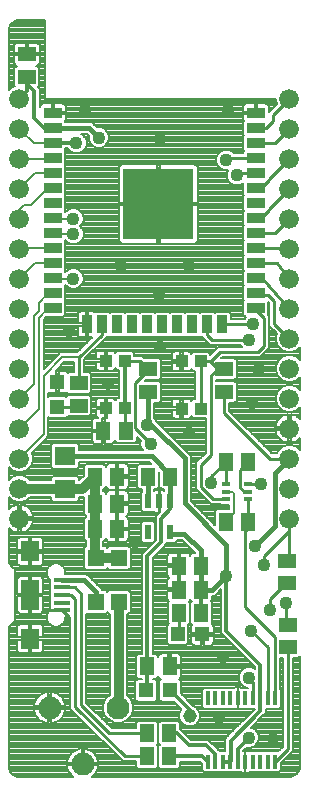
<source format=gtl>
G75*
%MOIN*%
%OFA0B0*%
%FSLAX25Y25*%
%IPPOS*%
%LPD*%
%AMOC8*
5,1,8,0,0,1.08239X$1,22.5*
%
%ADD10R,0.04882X0.05906*%
%ADD11R,0.02165X0.04724*%
%ADD12R,0.04724X0.04724*%
%ADD13R,0.05906X0.04882*%
%ADD14R,0.05906X0.03543*%
%ADD15R,0.03543X0.05906*%
%ADD16R,0.23622X0.23622*%
%ADD17R,0.04724X0.05118*%
%ADD18R,0.03937X0.03937*%
%ADD19R,0.05512X0.05512*%
%ADD20C,0.06600*%
%ADD21R,0.01500X0.04500*%
%ADD22R,0.02598X0.01181*%
%ADD23C,0.07677*%
%ADD24R,0.07087X0.06299*%
%ADD25R,0.05709X0.01575*%
%ADD26R,0.05906X0.07087*%
%ADD27R,0.05906X0.09843*%
%ADD28C,0.04362*%
%ADD29C,0.04165*%
%ADD30C,0.00800*%
%ADD31C,0.01000*%
%ADD32C,0.01200*%
%ADD33C,0.03200*%
%ADD34C,0.04000*%
%ADD35C,0.01600*%
%ADD36C,0.04559*%
D10*
X0051230Y0092900D03*
X0051230Y0101400D03*
X0051230Y0110400D03*
X0058710Y0110400D03*
X0058710Y0101400D03*
X0058710Y0092900D03*
X0068955Y0110400D03*
X0076435Y0110400D03*
X0079255Y0080709D03*
X0079255Y0072692D03*
X0079255Y0064900D03*
X0086735Y0064900D03*
X0086735Y0072692D03*
X0086735Y0080709D03*
X0094855Y0095400D03*
X0102335Y0095400D03*
X0102335Y0115400D03*
X0094855Y0115400D03*
X0061585Y0125650D03*
X0054105Y0125650D03*
X0068705Y0047100D03*
X0076185Y0047100D03*
X0076085Y0024900D03*
X0076075Y0017150D03*
X0068605Y0024900D03*
X0068595Y0017150D03*
D11*
X0068955Y0091881D03*
X0068955Y0102119D03*
X0072695Y0102119D03*
X0076435Y0102119D03*
X0076435Y0091881D03*
D12*
X0078861Y0057775D03*
X0087129Y0057775D03*
X0038795Y0133616D03*
X0038795Y0141884D03*
D13*
X0045895Y0141540D03*
X0045895Y0134060D03*
X0069045Y0138660D03*
X0069045Y0146140D03*
X0094345Y0146140D03*
X0094345Y0138660D03*
X0115345Y0082390D03*
X0115345Y0074910D03*
X0115595Y0060890D03*
X0115595Y0053410D03*
X0028595Y0243660D03*
X0028595Y0251140D03*
D14*
X0037237Y0231585D03*
X0037237Y0226585D03*
X0037237Y0221585D03*
X0037237Y0216585D03*
X0037237Y0211585D03*
X0037237Y0206585D03*
X0037237Y0201585D03*
X0037237Y0196585D03*
X0037237Y0191585D03*
X0037237Y0186585D03*
X0037237Y0181585D03*
X0037237Y0176585D03*
X0037237Y0171585D03*
X0037237Y0166585D03*
X0104953Y0166585D03*
X0104953Y0171585D03*
X0104953Y0176585D03*
X0104953Y0181585D03*
X0104953Y0186585D03*
X0104953Y0191585D03*
X0104953Y0196585D03*
X0104953Y0201585D03*
X0104953Y0206585D03*
X0104953Y0211585D03*
X0104953Y0216585D03*
X0104953Y0221585D03*
X0104953Y0226585D03*
X0104953Y0231585D03*
D15*
X0093654Y0161113D03*
X0088654Y0161113D03*
X0083654Y0161113D03*
X0078654Y0161113D03*
X0073654Y0161113D03*
X0068654Y0161113D03*
X0063654Y0161113D03*
X0058654Y0161113D03*
X0053654Y0161113D03*
X0048654Y0161113D03*
D16*
X0072434Y0201270D03*
D17*
X0076345Y0039100D03*
X0068345Y0039100D03*
D18*
X0061195Y0133276D03*
X0054896Y0133276D03*
X0054896Y0149024D03*
X0061195Y0149024D03*
X0080196Y0148774D03*
X0086495Y0148774D03*
X0086495Y0133026D03*
X0080196Y0133026D03*
D19*
X0059195Y0083183D03*
X0059195Y0068617D03*
X0051570Y0068617D03*
X0051570Y0083183D03*
D20*
X0026095Y0096400D03*
X0026095Y0106400D03*
X0026095Y0116400D03*
X0026095Y0126400D03*
X0026095Y0136400D03*
X0026095Y0146400D03*
X0026095Y0156400D03*
X0026095Y0166400D03*
X0026095Y0176400D03*
X0026095Y0186400D03*
X0026095Y0196400D03*
X0026095Y0206400D03*
X0026095Y0216400D03*
X0026095Y0226400D03*
X0026095Y0236400D03*
X0116095Y0236400D03*
X0116095Y0226400D03*
X0116095Y0216400D03*
X0116095Y0206400D03*
X0116095Y0196400D03*
X0116095Y0186400D03*
X0116095Y0176400D03*
X0116095Y0166400D03*
X0116095Y0156400D03*
X0116095Y0146400D03*
X0116095Y0136400D03*
X0116095Y0126400D03*
X0116095Y0116400D03*
X0116095Y0106400D03*
X0116095Y0096400D03*
D21*
X0111345Y0036450D03*
X0108845Y0036450D03*
X0106345Y0036450D03*
X0103845Y0036450D03*
X0101345Y0036450D03*
X0098845Y0036450D03*
X0096345Y0036450D03*
X0093845Y0036450D03*
X0091345Y0036450D03*
X0088845Y0036450D03*
X0088845Y0015350D03*
X0091345Y0015350D03*
X0093845Y0015350D03*
X0096345Y0015350D03*
X0098845Y0015350D03*
X0101345Y0015350D03*
X0103845Y0015350D03*
X0106345Y0015350D03*
X0108845Y0015350D03*
X0111345Y0015350D03*
D22*
X0102217Y0102841D03*
X0102217Y0105400D03*
X0102217Y0107959D03*
X0094973Y0107959D03*
X0094973Y0105400D03*
X0094973Y0102841D03*
D23*
X0059032Y0033400D03*
X0047221Y0014502D03*
X0036198Y0033400D03*
D24*
X0041395Y0106288D03*
X0041395Y0117312D03*
D25*
X0040423Y0076018D03*
X0040423Y0073459D03*
X0040423Y0070900D03*
X0040423Y0068341D03*
X0040423Y0065782D03*
D26*
X0029695Y0056392D03*
X0029695Y0085408D03*
D27*
X0029695Y0070900D03*
D28*
X0064620Y0088525D03*
X0069845Y0121400D03*
X0068595Y0127650D03*
X0072820Y0153550D03*
X0072595Y0170900D03*
X0082595Y0180900D03*
X0098595Y0210900D03*
X0095095Y0215900D03*
X0095595Y0232400D03*
X0073095Y0222900D03*
X0052595Y0223400D03*
X0048095Y0232400D03*
X0045095Y0221585D03*
X0044095Y0196400D03*
X0044095Y0191238D03*
X0044095Y0176400D03*
X0042595Y0158900D03*
X0060095Y0180900D03*
X0082745Y0124775D03*
X0090095Y0108400D03*
X0103595Y0134900D03*
X0105995Y0145900D03*
X0102595Y0156062D03*
X0104114Y0161224D03*
X0106595Y0107900D03*
X0104696Y0087400D03*
X0107595Y0080900D03*
X0115095Y0068400D03*
X0109661Y0065900D03*
X0103252Y0059057D03*
X0102595Y0043400D03*
X0093995Y0050400D03*
X0095095Y0077400D03*
X0102595Y0023400D03*
D29*
X0110595Y0022900D03*
X0092595Y0029900D03*
X0055545Y0141400D03*
D30*
X0022564Y0013198D02*
X0023102Y0011900D01*
X0024095Y0010907D01*
X0025393Y0010369D01*
X0026095Y0010300D01*
X0044093Y0010300D01*
X0043808Y0010507D01*
X0043225Y0011090D01*
X0042741Y0011757D01*
X0042366Y0012491D01*
X0042112Y0013276D01*
X0041983Y0014090D01*
X0041983Y0014102D01*
X0046821Y0014102D01*
X0046821Y0014902D01*
X0041983Y0014902D01*
X0041983Y0014915D01*
X0042112Y0015729D01*
X0042366Y0016513D01*
X0042741Y0017248D01*
X0043225Y0017915D01*
X0043808Y0018498D01*
X0044476Y0018983D01*
X0045210Y0019357D01*
X0045994Y0019612D01*
X0046809Y0019741D01*
X0046821Y0019741D01*
X0046821Y0014902D01*
X0047621Y0014902D01*
X0052460Y0014902D01*
X0052460Y0014915D01*
X0052331Y0015729D01*
X0052076Y0016513D01*
X0051702Y0017248D01*
X0051217Y0017915D01*
X0050634Y0018498D01*
X0049967Y0018983D01*
X0049232Y0019357D01*
X0048448Y0019612D01*
X0047633Y0019741D01*
X0047621Y0019741D01*
X0047621Y0014902D01*
X0047621Y0014102D01*
X0052460Y0014102D01*
X0052460Y0014090D01*
X0052331Y0013276D01*
X0052076Y0012491D01*
X0051702Y0011757D01*
X0051217Y0011090D01*
X0050634Y0010507D01*
X0050349Y0010300D01*
X0116095Y0010300D01*
X0116797Y0010369D01*
X0118095Y0010907D01*
X0119088Y0011900D01*
X0119626Y0013198D01*
X0119695Y0013900D01*
X0119695Y0050419D01*
X0119045Y0049769D01*
X0117295Y0049769D01*
X0117295Y0018896D01*
X0116299Y0017900D01*
X0113295Y0014896D01*
X0113295Y0012603D01*
X0112592Y0011900D01*
X0110098Y0011900D01*
X0110095Y0011903D01*
X0110092Y0011900D01*
X0107598Y0011900D01*
X0107595Y0011903D01*
X0107592Y0011900D01*
X0105098Y0011900D01*
X0105095Y0011903D01*
X0105092Y0011900D01*
X0102817Y0011900D01*
X0102636Y0011795D01*
X0102279Y0011700D01*
X0101345Y0011700D01*
X0101345Y0015350D01*
X0101345Y0019000D01*
X0100741Y0019000D01*
X0101807Y0020067D01*
X0101923Y0020019D01*
X0103268Y0020019D01*
X0104510Y0020534D01*
X0105461Y0021485D01*
X0105976Y0022727D01*
X0105976Y0024073D01*
X0105461Y0025315D01*
X0104510Y0026266D01*
X0103402Y0026726D01*
X0107091Y0030414D01*
X0108145Y0031469D01*
X0108145Y0033000D01*
X0110092Y0033000D01*
X0110095Y0033003D01*
X0110098Y0033000D01*
X0112592Y0033000D01*
X0113295Y0033703D01*
X0113295Y0039197D01*
X0113063Y0039430D01*
X0113063Y0048614D01*
X0113042Y0048635D01*
X0113042Y0049769D01*
X0113895Y0049769D01*
X0113895Y0020304D01*
X0112391Y0018800D01*
X0110098Y0018800D01*
X0110095Y0018797D01*
X0110092Y0018800D01*
X0107598Y0018800D01*
X0107595Y0018797D01*
X0107592Y0018800D01*
X0105098Y0018800D01*
X0105095Y0018797D01*
X0105092Y0018800D01*
X0102817Y0018800D01*
X0102636Y0018905D01*
X0102279Y0019000D01*
X0101345Y0019000D01*
X0101345Y0015350D01*
X0101345Y0015350D01*
X0101345Y0015350D01*
X0101345Y0011700D01*
X0100411Y0011700D01*
X0100055Y0011795D01*
X0099874Y0011900D01*
X0097598Y0011900D01*
X0097595Y0011903D01*
X0097592Y0011900D01*
X0095098Y0011900D01*
X0095095Y0011903D01*
X0095092Y0011900D01*
X0092598Y0011900D01*
X0092595Y0011903D01*
X0092592Y0011900D01*
X0090098Y0011900D01*
X0090095Y0011903D01*
X0090092Y0011900D01*
X0087598Y0011900D01*
X0086895Y0012603D01*
X0086895Y0014754D01*
X0086300Y0015350D01*
X0079716Y0015350D01*
X0079716Y0013700D01*
X0079013Y0012997D01*
X0073137Y0012997D01*
X0072435Y0013700D01*
X0072435Y0020600D01*
X0072865Y0021030D01*
X0072444Y0021450D01*
X0072444Y0028350D01*
X0073147Y0029053D01*
X0079023Y0029053D01*
X0079726Y0028350D01*
X0079726Y0026314D01*
X0083341Y0022700D01*
X0089021Y0022700D01*
X0092921Y0018800D01*
X0094714Y0018800D01*
X0094714Y0023129D01*
X0104545Y0032960D01*
X0104545Y0033000D01*
X0102598Y0033000D01*
X0102595Y0033003D01*
X0102592Y0033000D01*
X0100317Y0033000D01*
X0100136Y0032895D01*
X0099779Y0032800D01*
X0098845Y0032800D01*
X0098845Y0036450D01*
X0098845Y0040100D01*
X0097911Y0040100D01*
X0097555Y0040005D01*
X0097374Y0039900D01*
X0095098Y0039900D01*
X0095095Y0039897D01*
X0095092Y0039900D01*
X0092598Y0039900D01*
X0092595Y0039897D01*
X0092592Y0039900D01*
X0090098Y0039900D01*
X0090095Y0039897D01*
X0090092Y0039900D01*
X0087598Y0039900D01*
X0086895Y0039197D01*
X0086895Y0033703D01*
X0087598Y0033000D01*
X0090092Y0033000D01*
X0090095Y0033003D01*
X0090098Y0033000D01*
X0092592Y0033000D01*
X0092595Y0033003D01*
X0092598Y0033000D01*
X0095092Y0033000D01*
X0095095Y0033003D01*
X0095098Y0033000D01*
X0097374Y0033000D01*
X0097555Y0032895D01*
X0097911Y0032800D01*
X0098845Y0032800D01*
X0098845Y0036450D01*
X0098845Y0036450D01*
X0098845Y0036450D01*
X0098845Y0040100D01*
X0099779Y0040100D01*
X0100136Y0040005D01*
X0100317Y0039900D01*
X0102145Y0039900D01*
X0102145Y0040019D01*
X0101923Y0040019D01*
X0100680Y0040534D01*
X0099729Y0041485D01*
X0099214Y0042727D01*
X0099214Y0044073D01*
X0099729Y0045315D01*
X0100680Y0046266D01*
X0101923Y0046781D01*
X0103268Y0046781D01*
X0104510Y0046266D01*
X0104545Y0046232D01*
X0104545Y0046904D01*
X0094350Y0057100D01*
X0094350Y0057100D01*
X0093295Y0058154D01*
X0093295Y0072772D01*
X0091215Y0070692D01*
X0090376Y0070692D01*
X0090376Y0069242D01*
X0089930Y0068796D01*
X0090376Y0068350D01*
X0090376Y0061450D01*
X0090245Y0061319D01*
X0090351Y0061257D01*
X0090611Y0060997D01*
X0090796Y0060678D01*
X0090891Y0060322D01*
X0090891Y0058175D01*
X0087529Y0058175D01*
X0087529Y0057375D01*
X0090891Y0057375D01*
X0090891Y0055228D01*
X0090796Y0054872D01*
X0090611Y0054553D01*
X0090351Y0054293D01*
X0090032Y0054108D01*
X0089676Y0054013D01*
X0087529Y0054013D01*
X0087529Y0057375D01*
X0086729Y0057375D01*
X0086729Y0054013D01*
X0084582Y0054013D01*
X0084226Y0054108D01*
X0083907Y0054293D01*
X0083647Y0054553D01*
X0083462Y0054872D01*
X0083367Y0055228D01*
X0083367Y0057375D01*
X0086729Y0057375D01*
X0086729Y0058175D01*
X0083367Y0058175D01*
X0083367Y0060322D01*
X0083462Y0060678D01*
X0083610Y0060934D01*
X0083094Y0061450D01*
X0083094Y0068350D01*
X0083541Y0068796D01*
X0083094Y0069242D01*
X0083094Y0069549D01*
X0083001Y0069199D01*
X0082816Y0068880D01*
X0082591Y0068655D01*
X0082896Y0068350D01*
X0082896Y0061450D01*
X0082252Y0060806D01*
X0082423Y0060634D01*
X0082423Y0054916D01*
X0081721Y0054213D01*
X0076002Y0054213D01*
X0075299Y0054916D01*
X0075299Y0060634D01*
X0075865Y0061200D01*
X0075614Y0061450D01*
X0075614Y0068350D01*
X0075919Y0068655D01*
X0075694Y0068880D01*
X0075509Y0069199D01*
X0075414Y0069555D01*
X0075414Y0072292D01*
X0078855Y0072292D01*
X0078855Y0073092D01*
X0078855Y0080309D01*
X0079655Y0080309D01*
X0079655Y0077045D01*
X0079655Y0073092D01*
X0078855Y0073092D01*
X0075414Y0073092D01*
X0075414Y0075829D01*
X0075509Y0076185D01*
X0075694Y0076504D01*
X0075890Y0076700D01*
X0075694Y0076897D01*
X0075509Y0077216D01*
X0075414Y0077572D01*
X0070505Y0077572D01*
X0070505Y0078370D02*
X0075414Y0078370D01*
X0075414Y0077572D02*
X0075414Y0080309D01*
X0078855Y0080309D01*
X0078855Y0081109D01*
X0075414Y0081109D01*
X0075414Y0083846D01*
X0075509Y0084202D01*
X0075694Y0084521D01*
X0075954Y0084782D01*
X0076274Y0084966D01*
X0076630Y0085062D01*
X0078855Y0085062D01*
X0078855Y0081109D01*
X0079655Y0081109D01*
X0079655Y0085062D01*
X0081880Y0085062D01*
X0082236Y0084966D01*
X0082556Y0084782D01*
X0082816Y0084521D01*
X0083001Y0084202D01*
X0083094Y0083852D01*
X0083094Y0084159D01*
X0083797Y0084862D01*
X0084735Y0084862D01*
X0084735Y0084931D01*
X0080267Y0089400D01*
X0078718Y0089400D01*
X0078718Y0089022D01*
X0078015Y0088319D01*
X0075095Y0088319D01*
X0075095Y0087745D01*
X0074041Y0086690D01*
X0070505Y0083154D01*
X0070505Y0051253D01*
X0071643Y0051253D01*
X0072346Y0050550D01*
X0072346Y0050243D01*
X0072440Y0050593D01*
X0072624Y0050912D01*
X0072885Y0051173D01*
X0073204Y0051357D01*
X0073560Y0051453D01*
X0075785Y0051453D01*
X0075785Y0047500D01*
X0076585Y0047500D01*
X0076585Y0051453D01*
X0078811Y0051453D01*
X0079167Y0051357D01*
X0079486Y0051173D01*
X0079747Y0050912D01*
X0079931Y0050593D01*
X0080026Y0050237D01*
X0080026Y0047500D01*
X0076585Y0047500D01*
X0076585Y0046700D01*
X0080026Y0046700D01*
X0080026Y0043963D01*
X0079931Y0043607D01*
X0079747Y0043288D01*
X0079486Y0043027D01*
X0079195Y0042859D01*
X0079204Y0042859D01*
X0079907Y0042156D01*
X0079907Y0038083D01*
X0083591Y0034400D01*
X0084090Y0033900D01*
X0084816Y0033600D01*
X0085795Y0032621D01*
X0086325Y0031342D01*
X0086325Y0029958D01*
X0085795Y0028679D01*
X0084816Y0027700D01*
X0083537Y0027170D01*
X0082153Y0027170D01*
X0080874Y0027700D01*
X0079895Y0028679D01*
X0079366Y0029958D01*
X0079366Y0031342D01*
X0079895Y0032621D01*
X0080087Y0032813D01*
X0077559Y0035341D01*
X0073486Y0035341D01*
X0072783Y0036044D01*
X0072783Y0042156D01*
X0073413Y0042787D01*
X0073204Y0042843D01*
X0072885Y0043027D01*
X0072624Y0043288D01*
X0072440Y0043607D01*
X0072346Y0043957D01*
X0072346Y0043650D01*
X0071643Y0042947D01*
X0070505Y0042947D01*
X0070505Y0042859D01*
X0071204Y0042859D01*
X0071907Y0042156D01*
X0071907Y0036044D01*
X0071204Y0035341D01*
X0065486Y0035341D01*
X0064783Y0036044D01*
X0064783Y0042156D01*
X0065486Y0042859D01*
X0066905Y0042859D01*
X0066905Y0042947D01*
X0065767Y0042947D01*
X0065064Y0043650D01*
X0065064Y0050550D01*
X0065767Y0051253D01*
X0066905Y0051253D01*
X0066905Y0084646D01*
X0071495Y0089236D01*
X0071495Y0097146D01*
X0072550Y0098200D01*
X0072836Y0098487D01*
X0072836Y0101977D01*
X0072554Y0101977D01*
X0072554Y0098356D01*
X0071428Y0098356D01*
X0071072Y0098452D01*
X0070753Y0098636D01*
X0070684Y0098705D01*
X0070535Y0098556D01*
X0067375Y0098556D01*
X0066672Y0099259D01*
X0066672Y0104978D01*
X0066955Y0105260D01*
X0066955Y0106247D01*
X0066017Y0106247D01*
X0065314Y0106950D01*
X0065314Y0113850D01*
X0066017Y0114553D01*
X0070114Y0114553D01*
X0069355Y0115312D01*
X0046138Y0115312D01*
X0046138Y0113665D01*
X0045435Y0112962D01*
X0037355Y0112962D01*
X0036652Y0113665D01*
X0036652Y0120958D01*
X0037355Y0121661D01*
X0045435Y0121661D01*
X0046138Y0120958D01*
X0046138Y0119312D01*
X0067152Y0119312D01*
X0066979Y0119485D01*
X0066464Y0120727D01*
X0066464Y0122073D01*
X0066553Y0122288D01*
X0065226Y0123615D01*
X0065226Y0122200D01*
X0064523Y0121497D01*
X0058647Y0121497D01*
X0057944Y0122200D01*
X0057944Y0122507D01*
X0057851Y0122157D01*
X0057666Y0121838D01*
X0057406Y0121577D01*
X0057086Y0121393D01*
X0056730Y0121297D01*
X0054505Y0121297D01*
X0054505Y0125250D01*
X0053705Y0125250D01*
X0053705Y0121297D01*
X0051480Y0121297D01*
X0051124Y0121393D01*
X0050804Y0121577D01*
X0050544Y0121838D01*
X0050359Y0122157D01*
X0050264Y0122513D01*
X0050264Y0125250D01*
X0053705Y0125250D01*
X0053705Y0126050D01*
X0053705Y0129907D01*
X0054496Y0129907D01*
X0054496Y0132876D01*
X0055295Y0132876D01*
X0055295Y0130003D01*
X0054505Y0130003D01*
X0054505Y0126050D01*
X0053705Y0126050D01*
X0050264Y0126050D01*
X0050264Y0128787D01*
X0050359Y0129143D01*
X0050544Y0129462D01*
X0050804Y0129723D01*
X0051124Y0129907D01*
X0051480Y0130003D01*
X0052387Y0130003D01*
X0052387Y0130003D01*
X0052067Y0130187D01*
X0051807Y0130448D01*
X0051622Y0130767D01*
X0051527Y0131123D01*
X0051527Y0132876D01*
X0054495Y0132876D01*
X0054495Y0133676D01*
X0051527Y0133676D01*
X0051527Y0135429D01*
X0051622Y0135785D01*
X0051807Y0136104D01*
X0052067Y0136365D01*
X0052387Y0136549D01*
X0052743Y0136644D01*
X0054496Y0136644D01*
X0054496Y0133676D01*
X0055295Y0133676D01*
X0055295Y0136644D01*
X0057048Y0136644D01*
X0057404Y0136549D01*
X0057724Y0136365D01*
X0057984Y0136104D01*
X0058132Y0135848D01*
X0058729Y0136444D01*
X0059395Y0136444D01*
X0059395Y0145856D01*
X0058729Y0145856D01*
X0058132Y0146452D01*
X0057984Y0146196D01*
X0057724Y0145935D01*
X0057404Y0145751D01*
X0057048Y0145656D01*
X0055295Y0145656D01*
X0055295Y0148624D01*
X0054496Y0148624D01*
X0054496Y0145656D01*
X0052743Y0145656D01*
X0052387Y0145751D01*
X0052067Y0145935D01*
X0051807Y0146196D01*
X0051622Y0146515D01*
X0051527Y0146871D01*
X0051527Y0148624D01*
X0054495Y0148624D01*
X0054495Y0149424D01*
X0051527Y0149424D01*
X0051527Y0151177D01*
X0051622Y0151533D01*
X0051807Y0151852D01*
X0052067Y0152113D01*
X0052387Y0152297D01*
X0052743Y0152393D01*
X0054496Y0152393D01*
X0054496Y0149424D01*
X0055295Y0149424D01*
X0055295Y0152393D01*
X0057048Y0152393D01*
X0057404Y0152297D01*
X0057724Y0152113D01*
X0057984Y0151852D01*
X0058132Y0151596D01*
X0058729Y0152193D01*
X0063660Y0152193D01*
X0064363Y0151490D01*
X0064363Y0150724D01*
X0066865Y0150724D01*
X0067808Y0149781D01*
X0072495Y0149781D01*
X0073198Y0149078D01*
X0073198Y0143202D01*
X0072495Y0142499D01*
X0068056Y0142499D01*
X0067858Y0142301D01*
X0072495Y0142301D01*
X0073198Y0141598D01*
X0073198Y0135722D01*
X0072495Y0135019D01*
X0071045Y0135019D01*
X0071045Y0129982D01*
X0071461Y0129565D01*
X0071830Y0128677D01*
X0088159Y0128677D01*
X0088159Y0129475D02*
X0071499Y0129475D01*
X0071830Y0128677D02*
X0072028Y0128478D01*
X0082015Y0118491D01*
X0082015Y0118491D01*
X0083186Y0117320D01*
X0083186Y0102240D01*
X0091214Y0094213D01*
X0091214Y0098850D01*
X0091917Y0099553D01*
X0095995Y0099553D01*
X0095995Y0101050D01*
X0093177Y0101050D01*
X0093086Y0101141D01*
X0089950Y0101141D01*
X0086891Y0104200D01*
X0085895Y0105196D01*
X0085895Y0105273D01*
X0084914Y0106254D01*
X0084914Y0115095D01*
X0088159Y0118340D01*
X0088159Y0129857D01*
X0084029Y0129857D01*
X0083432Y0130454D01*
X0083284Y0130198D01*
X0083024Y0129937D01*
X0082704Y0129753D01*
X0082348Y0129657D01*
X0080595Y0129657D01*
X0080595Y0132626D01*
X0079796Y0132626D01*
X0079796Y0129657D01*
X0078043Y0129657D01*
X0077687Y0129753D01*
X0077367Y0129937D01*
X0077107Y0130198D01*
X0076922Y0130517D01*
X0076827Y0130873D01*
X0076827Y0132626D01*
X0079795Y0132626D01*
X0079795Y0133426D01*
X0076827Y0133426D01*
X0076827Y0135179D01*
X0076922Y0135535D01*
X0077107Y0135854D01*
X0077367Y0136115D01*
X0077687Y0136299D01*
X0078043Y0136394D01*
X0079796Y0136394D01*
X0079796Y0133426D01*
X0080595Y0133426D01*
X0080595Y0136394D01*
X0082348Y0136394D01*
X0082704Y0136299D01*
X0083024Y0136115D01*
X0083284Y0135854D01*
X0083432Y0135598D01*
X0084029Y0136194D01*
X0084795Y0136194D01*
X0084795Y0145606D01*
X0084029Y0145606D01*
X0083432Y0146202D01*
X0083284Y0145946D01*
X0083024Y0145685D01*
X0082704Y0145501D01*
X0082348Y0145406D01*
X0080595Y0145406D01*
X0080595Y0148374D01*
X0079796Y0148374D01*
X0079796Y0145406D01*
X0078043Y0145406D01*
X0077687Y0145501D01*
X0077367Y0145685D01*
X0077107Y0145946D01*
X0076922Y0146265D01*
X0076827Y0146621D01*
X0076827Y0148374D01*
X0079795Y0148374D01*
X0079795Y0149174D01*
X0076827Y0149174D01*
X0076827Y0150927D01*
X0076922Y0151283D01*
X0077107Y0151602D01*
X0077367Y0151863D01*
X0077687Y0152047D01*
X0078043Y0152143D01*
X0079796Y0152143D01*
X0079796Y0149174D01*
X0080595Y0149174D01*
X0080595Y0152143D01*
X0082348Y0152143D01*
X0082704Y0152047D01*
X0083024Y0151863D01*
X0083284Y0151602D01*
X0083432Y0151346D01*
X0084029Y0151943D01*
X0088960Y0151943D01*
X0089663Y0151240D01*
X0089663Y0150996D01*
X0091271Y0152604D01*
X0092267Y0153600D01*
X0100276Y0153600D01*
X0099729Y0154147D01*
X0099640Y0154362D01*
X0089553Y0154362D01*
X0088557Y0155358D01*
X0088557Y0155358D01*
X0087950Y0155965D01*
X0087950Y0155965D01*
X0086956Y0156960D01*
X0086385Y0156960D01*
X0086154Y0157191D01*
X0085923Y0156960D01*
X0081385Y0156960D01*
X0081154Y0157191D01*
X0080923Y0156960D01*
X0076385Y0156960D01*
X0076154Y0157191D01*
X0075923Y0156960D01*
X0071385Y0156960D01*
X0071154Y0157191D01*
X0070923Y0156960D01*
X0066385Y0156960D01*
X0066154Y0157191D01*
X0065923Y0156960D01*
X0061385Y0156960D01*
X0061154Y0157191D01*
X0060923Y0156960D01*
X0056385Y0156960D01*
X0056154Y0157191D01*
X0055923Y0156960D01*
X0055309Y0156960D01*
X0047795Y0149446D01*
X0047795Y0145181D01*
X0049345Y0145181D01*
X0050048Y0144478D01*
X0050048Y0138602D01*
X0049345Y0137899D01*
X0042445Y0137899D01*
X0041970Y0138374D01*
X0041698Y0138217D01*
X0041342Y0138122D01*
X0039195Y0138122D01*
X0039195Y0141484D01*
X0038395Y0141484D01*
X0038395Y0138122D01*
X0036249Y0138122D01*
X0035893Y0138217D01*
X0035795Y0138273D01*
X0035795Y0137038D01*
X0035936Y0137178D01*
X0041654Y0137178D01*
X0041789Y0137044D01*
X0042445Y0137701D01*
X0049345Y0137701D01*
X0050048Y0136998D01*
X0050048Y0131122D01*
X0049345Y0130419D01*
X0042445Y0130419D01*
X0042232Y0130632D01*
X0041654Y0130054D01*
X0035936Y0130054D01*
X0035795Y0130195D01*
X0035795Y0123837D01*
X0034858Y0122900D01*
X0030202Y0118244D01*
X0030595Y0117295D01*
X0030595Y0115505D01*
X0029910Y0113851D01*
X0028644Y0112585D01*
X0026990Y0111900D01*
X0025200Y0111900D01*
X0023546Y0112585D01*
X0022495Y0113636D01*
X0022495Y0109164D01*
X0023546Y0110215D01*
X0025200Y0110900D01*
X0026990Y0110900D01*
X0028644Y0110215D01*
X0029771Y0109088D01*
X0036652Y0109088D01*
X0036652Y0109935D01*
X0037355Y0110638D01*
X0045435Y0110638D01*
X0046138Y0109935D01*
X0046138Y0109268D01*
X0047589Y0110719D01*
X0047589Y0113850D01*
X0048292Y0114553D01*
X0054168Y0114553D01*
X0054871Y0113850D01*
X0054871Y0113543D01*
X0054965Y0113893D01*
X0055149Y0114212D01*
X0055410Y0114473D01*
X0055729Y0114657D01*
X0056085Y0114753D01*
X0058310Y0114753D01*
X0058310Y0110800D01*
X0059110Y0110800D01*
X0059110Y0114753D01*
X0061336Y0114753D01*
X0061692Y0114657D01*
X0062011Y0114473D01*
X0062272Y0114212D01*
X0062456Y0113893D01*
X0062551Y0113537D01*
X0062551Y0110800D01*
X0059110Y0110800D01*
X0059110Y0110000D01*
X0059110Y0106047D01*
X0061336Y0106047D01*
X0061692Y0106143D01*
X0062011Y0106327D01*
X0062272Y0106588D01*
X0062456Y0106907D01*
X0062551Y0107263D01*
X0062551Y0110000D01*
X0059110Y0110000D01*
X0058310Y0110000D01*
X0058310Y0106047D01*
X0056085Y0106047D01*
X0055729Y0106143D01*
X0055410Y0106327D01*
X0055149Y0106588D01*
X0054965Y0106907D01*
X0054871Y0107257D01*
X0054871Y0106950D01*
X0054168Y0106247D01*
X0054030Y0106247D01*
X0054030Y0105553D01*
X0054168Y0105553D01*
X0054871Y0104850D01*
X0054871Y0104543D01*
X0054965Y0104893D01*
X0055149Y0105212D01*
X0055410Y0105473D01*
X0055729Y0105657D01*
X0056085Y0105753D01*
X0058310Y0105753D01*
X0058310Y0101800D01*
X0059110Y0101800D01*
X0059110Y0105753D01*
X0061336Y0105753D01*
X0061692Y0105657D01*
X0062011Y0105473D01*
X0062272Y0105212D01*
X0062456Y0104893D01*
X0062551Y0104537D01*
X0062551Y0101800D01*
X0059110Y0101800D01*
X0059110Y0101000D01*
X0059110Y0097253D01*
X0059110Y0093300D01*
X0058310Y0093300D01*
X0058310Y0101000D01*
X0059110Y0101000D01*
X0062551Y0101000D01*
X0062551Y0098263D01*
X0062456Y0097907D01*
X0062272Y0097588D01*
X0062011Y0097327D01*
X0061704Y0097150D01*
X0062011Y0096973D01*
X0062272Y0096712D01*
X0062456Y0096393D01*
X0062551Y0096037D01*
X0062551Y0093300D01*
X0059110Y0093300D01*
X0059110Y0092500D01*
X0059110Y0088547D01*
X0061336Y0088547D01*
X0061692Y0088643D01*
X0062011Y0088827D01*
X0062272Y0089088D01*
X0062456Y0089407D01*
X0062551Y0089763D01*
X0062551Y0092500D01*
X0059110Y0092500D01*
X0058310Y0092500D01*
X0058310Y0088547D01*
X0056085Y0088547D01*
X0055729Y0088643D01*
X0055410Y0088827D01*
X0055149Y0089088D01*
X0054965Y0089407D01*
X0054871Y0089757D01*
X0054871Y0089450D01*
X0054168Y0088747D01*
X0054030Y0088747D01*
X0054030Y0087139D01*
X0054823Y0087139D01*
X0055383Y0086580D01*
X0055942Y0087139D01*
X0062448Y0087139D01*
X0063151Y0086436D01*
X0063151Y0079930D01*
X0062448Y0079228D01*
X0055942Y0079228D01*
X0055383Y0079787D01*
X0054823Y0079228D01*
X0048317Y0079228D01*
X0047614Y0079930D01*
X0047614Y0086436D01*
X0048317Y0087139D01*
X0048430Y0087139D01*
X0048430Y0088747D01*
X0048292Y0088747D01*
X0047589Y0089450D01*
X0047589Y0096350D01*
X0048292Y0097053D01*
X0048430Y0097053D01*
X0048430Y0097247D01*
X0048292Y0097247D01*
X0047589Y0097950D01*
X0047589Y0103488D01*
X0046138Y0103488D01*
X0046138Y0102642D01*
X0045435Y0101939D01*
X0037355Y0101939D01*
X0036652Y0102642D01*
X0036652Y0103488D01*
X0029547Y0103488D01*
X0028644Y0102585D01*
X0026990Y0101900D01*
X0025200Y0101900D01*
X0023546Y0102585D01*
X0022495Y0103636D01*
X0022495Y0099441D01*
X0022510Y0099462D01*
X0023033Y0099985D01*
X0023632Y0100420D01*
X0024291Y0100756D01*
X0024995Y0100984D01*
X0025695Y0101095D01*
X0025695Y0096800D01*
X0026495Y0096800D01*
X0026495Y0101095D01*
X0027196Y0100984D01*
X0027899Y0100756D01*
X0028558Y0100420D01*
X0029157Y0099985D01*
X0029680Y0099462D01*
X0030115Y0098863D01*
X0030451Y0098204D01*
X0030679Y0097501D01*
X0030790Y0096800D01*
X0026495Y0096800D01*
X0026495Y0096000D01*
X0026495Y0091705D01*
X0027196Y0091816D01*
X0027899Y0092044D01*
X0028558Y0092380D01*
X0029157Y0092815D01*
X0029680Y0093338D01*
X0030115Y0093937D01*
X0030451Y0094596D01*
X0030679Y0095299D01*
X0030790Y0096000D01*
X0026495Y0096000D01*
X0025695Y0096000D01*
X0025695Y0091705D01*
X0024995Y0091816D01*
X0024291Y0092044D01*
X0023632Y0092380D01*
X0023033Y0092815D01*
X0022510Y0093338D01*
X0022495Y0093359D01*
X0022495Y0081480D01*
X0023675Y0080300D01*
X0023675Y0080300D01*
X0024495Y0079480D01*
X0024495Y0062320D01*
X0022495Y0060320D01*
X0022495Y0013900D01*
X0022564Y0013198D01*
X0022691Y0012893D02*
X0042236Y0012893D01*
X0042046Y0013691D02*
X0022516Y0013691D01*
X0022495Y0014490D02*
X0046821Y0014490D01*
X0046821Y0015288D02*
X0047621Y0015288D01*
X0047621Y0014490D02*
X0064954Y0014490D01*
X0064954Y0013700D02*
X0064954Y0015450D01*
X0060641Y0015450D01*
X0044091Y0032000D01*
X0043095Y0032996D01*
X0043095Y0063594D01*
X0041430Y0063594D01*
X0041430Y0062808D01*
X0040962Y0061679D01*
X0040097Y0060814D01*
X0038968Y0060346D01*
X0037745Y0060346D01*
X0036616Y0060814D01*
X0035751Y0061679D01*
X0035283Y0062808D01*
X0035283Y0064031D01*
X0035751Y0065161D01*
X0036169Y0065578D01*
X0036169Y0065782D01*
X0036373Y0065782D01*
X0036372Y0065782D01*
X0036169Y0065782D01*
X0036169Y0066754D01*
X0036265Y0067110D01*
X0036369Y0067291D01*
X0036369Y0076022D01*
X0035751Y0076639D01*
X0035283Y0077769D01*
X0035283Y0078992D01*
X0035751Y0080121D01*
X0036616Y0080986D01*
X0037745Y0081454D01*
X0038968Y0081454D01*
X0040097Y0080986D01*
X0040962Y0080121D01*
X0041430Y0078992D01*
X0041430Y0078018D01*
X0048380Y0078018D01*
X0049552Y0076847D01*
X0053570Y0072828D01*
X0053570Y0072572D01*
X0054823Y0072572D01*
X0055383Y0072013D01*
X0055942Y0072572D01*
X0062448Y0072572D01*
X0063151Y0071869D01*
X0063151Y0065364D01*
X0062448Y0064661D01*
X0061995Y0064661D01*
X0061995Y0037563D01*
X0063304Y0036254D01*
X0064071Y0034402D01*
X0064071Y0032398D01*
X0063304Y0030546D01*
X0061886Y0029128D01*
X0060034Y0028361D01*
X0058030Y0028361D01*
X0056178Y0029128D01*
X0054761Y0030546D01*
X0053994Y0032398D01*
X0053994Y0034402D01*
X0054761Y0036254D01*
X0056178Y0037671D01*
X0056395Y0037761D01*
X0056395Y0064661D01*
X0055942Y0064661D01*
X0055383Y0065220D01*
X0054823Y0064661D01*
X0048400Y0064661D01*
X0048400Y0035045D01*
X0056845Y0026600D01*
X0064964Y0026600D01*
X0064964Y0028350D01*
X0065667Y0029053D01*
X0071543Y0029053D01*
X0072246Y0028350D01*
X0072246Y0021450D01*
X0071816Y0021020D01*
X0072236Y0020600D01*
X0072236Y0013700D01*
X0071533Y0012997D01*
X0065657Y0012997D01*
X0064954Y0013700D01*
X0064963Y0013691D02*
X0052396Y0013691D01*
X0052206Y0012893D02*
X0086895Y0012893D01*
X0086895Y0013691D02*
X0079707Y0013691D01*
X0079716Y0014490D02*
X0086895Y0014490D01*
X0086361Y0015288D02*
X0079716Y0015288D01*
X0082768Y0023273D02*
X0094858Y0023273D01*
X0094714Y0022475D02*
X0089246Y0022475D01*
X0090044Y0021676D02*
X0094714Y0021676D01*
X0094714Y0020878D02*
X0090843Y0020878D01*
X0091641Y0020079D02*
X0094714Y0020079D01*
X0094714Y0019281D02*
X0092440Y0019281D01*
X0095657Y0024072D02*
X0081969Y0024072D01*
X0081170Y0024870D02*
X0096455Y0024870D01*
X0097254Y0025669D02*
X0080372Y0025669D01*
X0079726Y0026467D02*
X0098052Y0026467D01*
X0098851Y0027266D02*
X0083767Y0027266D01*
X0085180Y0028064D02*
X0099649Y0028064D01*
X0100448Y0028863D02*
X0085871Y0028863D01*
X0086202Y0029661D02*
X0101246Y0029661D01*
X0102045Y0030460D02*
X0086325Y0030460D01*
X0086325Y0031258D02*
X0102843Y0031258D01*
X0103642Y0032057D02*
X0086029Y0032057D01*
X0085561Y0032855D02*
X0097704Y0032855D01*
X0098845Y0032855D02*
X0098845Y0032855D01*
X0098845Y0033654D02*
X0098845Y0033654D01*
X0098845Y0034452D02*
X0098845Y0034452D01*
X0098845Y0035251D02*
X0098845Y0035251D01*
X0098845Y0036049D02*
X0098845Y0036049D01*
X0098845Y0036848D02*
X0098845Y0036848D01*
X0098845Y0037646D02*
X0098845Y0037646D01*
X0098845Y0038445D02*
X0098845Y0038445D01*
X0098845Y0039243D02*
X0098845Y0039243D01*
X0098845Y0040042D02*
X0098845Y0040042D01*
X0097694Y0040042D02*
X0079907Y0040042D01*
X0079907Y0040840D02*
X0100373Y0040840D01*
X0099996Y0040042D02*
X0101867Y0040042D01*
X0099665Y0041639D02*
X0079907Y0041639D01*
X0079626Y0042437D02*
X0099334Y0042437D01*
X0099214Y0043236D02*
X0079695Y0043236D01*
X0080026Y0044034D02*
X0099214Y0044034D01*
X0099529Y0044833D02*
X0080026Y0044833D01*
X0080026Y0045632D02*
X0100045Y0045632D01*
X0101075Y0046430D02*
X0080026Y0046430D01*
X0080026Y0048027D02*
X0103422Y0048027D01*
X0102624Y0048826D02*
X0080026Y0048826D01*
X0080026Y0049624D02*
X0101825Y0049624D01*
X0101027Y0050423D02*
X0079977Y0050423D01*
X0079403Y0051221D02*
X0100228Y0051221D01*
X0099430Y0052020D02*
X0070505Y0052020D01*
X0070505Y0052818D02*
X0098631Y0052818D01*
X0097833Y0053617D02*
X0070505Y0053617D01*
X0070505Y0054415D02*
X0075800Y0054415D01*
X0075299Y0055214D02*
X0070505Y0055214D01*
X0070505Y0056012D02*
X0075299Y0056012D01*
X0075299Y0056811D02*
X0070505Y0056811D01*
X0070505Y0057609D02*
X0075299Y0057609D01*
X0075299Y0058408D02*
X0070505Y0058408D01*
X0070505Y0059206D02*
X0075299Y0059206D01*
X0075299Y0060005D02*
X0070505Y0060005D01*
X0070505Y0060803D02*
X0075468Y0060803D01*
X0075614Y0061602D02*
X0070505Y0061602D01*
X0070505Y0062400D02*
X0075614Y0062400D01*
X0075614Y0063199D02*
X0070505Y0063199D01*
X0070505Y0063997D02*
X0075614Y0063997D01*
X0075614Y0064796D02*
X0070505Y0064796D01*
X0070505Y0065594D02*
X0075614Y0065594D01*
X0075614Y0066393D02*
X0070505Y0066393D01*
X0070505Y0067191D02*
X0075614Y0067191D01*
X0075614Y0067990D02*
X0070505Y0067990D01*
X0070505Y0068788D02*
X0075785Y0068788D01*
X0075414Y0069587D02*
X0070505Y0069587D01*
X0070505Y0070385D02*
X0075414Y0070385D01*
X0075414Y0071184D02*
X0070505Y0071184D01*
X0070505Y0071982D02*
X0075414Y0071982D01*
X0075414Y0073579D02*
X0070505Y0073579D01*
X0070505Y0072781D02*
X0078855Y0072781D01*
X0078855Y0073579D02*
X0079655Y0073579D01*
X0079655Y0074378D02*
X0078855Y0074378D01*
X0078855Y0075176D02*
X0079655Y0075176D01*
X0079655Y0075975D02*
X0078855Y0075975D01*
X0078855Y0076773D02*
X0079655Y0076773D01*
X0079655Y0077572D02*
X0078855Y0077572D01*
X0078855Y0078370D02*
X0079655Y0078370D01*
X0079655Y0079169D02*
X0078855Y0079169D01*
X0078855Y0079968D02*
X0079655Y0079968D01*
X0078855Y0080766D02*
X0070505Y0080766D01*
X0070505Y0079968D02*
X0075414Y0079968D01*
X0075414Y0079169D02*
X0070505Y0079169D01*
X0070505Y0076773D02*
X0075817Y0076773D01*
X0075453Y0075975D02*
X0070505Y0075975D01*
X0070505Y0075176D02*
X0075414Y0075176D01*
X0075414Y0074378D02*
X0070505Y0074378D01*
X0066905Y0074378D02*
X0052020Y0074378D01*
X0051222Y0075176D02*
X0066905Y0075176D01*
X0066905Y0075975D02*
X0050423Y0075975D01*
X0049625Y0076773D02*
X0066905Y0076773D01*
X0066905Y0077572D02*
X0048826Y0077572D01*
X0047614Y0079968D02*
X0041026Y0079968D01*
X0041356Y0079169D02*
X0066905Y0079169D01*
X0066905Y0079968D02*
X0063151Y0079968D01*
X0063151Y0080766D02*
X0066905Y0080766D01*
X0066905Y0081565D02*
X0063151Y0081565D01*
X0063151Y0082363D02*
X0066905Y0082363D01*
X0066905Y0083162D02*
X0063151Y0083162D01*
X0063151Y0083960D02*
X0066905Y0083960D01*
X0067018Y0084759D02*
X0063151Y0084759D01*
X0063151Y0085557D02*
X0067816Y0085557D01*
X0068615Y0086356D02*
X0063151Y0086356D01*
X0061879Y0088751D02*
X0066943Y0088751D01*
X0066672Y0089022D02*
X0067375Y0088319D01*
X0070535Y0088319D01*
X0071238Y0089022D01*
X0071238Y0094741D01*
X0070535Y0095444D01*
X0067375Y0095444D01*
X0066672Y0094741D01*
X0066672Y0089022D01*
X0066672Y0089550D02*
X0062494Y0089550D01*
X0062551Y0090348D02*
X0066672Y0090348D01*
X0066672Y0091147D02*
X0062551Y0091147D01*
X0062551Y0091945D02*
X0066672Y0091945D01*
X0066672Y0092744D02*
X0059110Y0092744D01*
X0059110Y0093542D02*
X0058310Y0093542D01*
X0058310Y0094341D02*
X0059110Y0094341D01*
X0059110Y0095139D02*
X0058310Y0095139D01*
X0058310Y0095938D02*
X0059110Y0095938D01*
X0059110Y0096736D02*
X0058310Y0096736D01*
X0058310Y0097535D02*
X0059110Y0097535D01*
X0059110Y0098333D02*
X0058310Y0098333D01*
X0058310Y0099132D02*
X0059110Y0099132D01*
X0059110Y0099930D02*
X0058310Y0099930D01*
X0058310Y0100729D02*
X0059110Y0100729D01*
X0059110Y0101527D02*
X0066672Y0101527D01*
X0066672Y0100729D02*
X0062551Y0100729D01*
X0062551Y0099930D02*
X0066672Y0099930D01*
X0066800Y0099132D02*
X0062551Y0099132D01*
X0062551Y0098333D02*
X0072683Y0098333D01*
X0072554Y0099132D02*
X0072836Y0099132D01*
X0072836Y0099930D02*
X0072554Y0099930D01*
X0072554Y0100729D02*
X0072836Y0100729D01*
X0072836Y0101527D02*
X0072554Y0101527D01*
X0072554Y0102260D02*
X0072554Y0105881D01*
X0071428Y0105881D01*
X0071072Y0105785D01*
X0070955Y0105718D01*
X0070955Y0106247D01*
X0071893Y0106247D01*
X0072596Y0106950D01*
X0072596Y0112071D01*
X0072794Y0111872D01*
X0072794Y0106950D01*
X0073497Y0106247D01*
X0074435Y0106247D01*
X0074435Y0105718D01*
X0074318Y0105785D01*
X0073962Y0105881D01*
X0072836Y0105881D01*
X0072836Y0102260D01*
X0072554Y0102260D01*
X0072554Y0102326D02*
X0072836Y0102326D01*
X0072836Y0103124D02*
X0072554Y0103124D01*
X0072554Y0103923D02*
X0072836Y0103923D01*
X0072836Y0104721D02*
X0072554Y0104721D01*
X0072554Y0105520D02*
X0072836Y0105520D01*
X0073426Y0106318D02*
X0071964Y0106318D01*
X0072596Y0107117D02*
X0072794Y0107117D01*
X0072794Y0107915D02*
X0072596Y0107915D01*
X0072596Y0108714D02*
X0072794Y0108714D01*
X0072794Y0109512D02*
X0072596Y0109512D01*
X0072596Y0110311D02*
X0072794Y0110311D01*
X0072794Y0111109D02*
X0072596Y0111109D01*
X0072596Y0111908D02*
X0072759Y0111908D01*
X0069565Y0115102D02*
X0046138Y0115102D01*
X0046138Y0114303D02*
X0048043Y0114303D01*
X0047589Y0113505D02*
X0045978Y0113505D01*
X0047589Y0112706D02*
X0028766Y0112706D01*
X0029564Y0113505D02*
X0036812Y0113505D01*
X0036652Y0114303D02*
X0030097Y0114303D01*
X0030428Y0115102D02*
X0036652Y0115102D01*
X0036652Y0115901D02*
X0030595Y0115901D01*
X0030595Y0116699D02*
X0036652Y0116699D01*
X0036652Y0117498D02*
X0030511Y0117498D01*
X0030254Y0118296D02*
X0036652Y0118296D01*
X0036652Y0119095D02*
X0031052Y0119095D01*
X0031851Y0119893D02*
X0036652Y0119893D01*
X0036652Y0120692D02*
X0032649Y0120692D01*
X0033448Y0121490D02*
X0037183Y0121490D01*
X0035045Y0123087D02*
X0050264Y0123087D01*
X0050264Y0123886D02*
X0035795Y0123886D01*
X0035795Y0124684D02*
X0050264Y0124684D01*
X0050264Y0126281D02*
X0035795Y0126281D01*
X0035795Y0125483D02*
X0053705Y0125483D01*
X0053705Y0126281D02*
X0054505Y0126281D01*
X0054505Y0127080D02*
X0053705Y0127080D01*
X0053705Y0127878D02*
X0054505Y0127878D01*
X0054505Y0128677D02*
X0053705Y0128677D01*
X0053705Y0129475D02*
X0054505Y0129475D01*
X0054496Y0130274D02*
X0055295Y0130274D01*
X0055295Y0131072D02*
X0054496Y0131072D01*
X0054496Y0131871D02*
X0055295Y0131871D01*
X0055295Y0132669D02*
X0054496Y0132669D01*
X0054495Y0133468D02*
X0050048Y0133468D01*
X0050048Y0134266D02*
X0051527Y0134266D01*
X0051527Y0135065D02*
X0050048Y0135065D01*
X0050048Y0135863D02*
X0051668Y0135863D01*
X0050048Y0136662D02*
X0059395Y0136662D01*
X0059395Y0137460D02*
X0049585Y0137460D01*
X0049705Y0138259D02*
X0059395Y0138259D01*
X0059395Y0139057D02*
X0050048Y0139057D01*
X0050048Y0139856D02*
X0059395Y0139856D01*
X0059395Y0140654D02*
X0050048Y0140654D01*
X0050048Y0141453D02*
X0059395Y0141453D01*
X0059395Y0142251D02*
X0050048Y0142251D01*
X0050048Y0143050D02*
X0059395Y0143050D01*
X0059395Y0143848D02*
X0050048Y0143848D01*
X0049879Y0144647D02*
X0059395Y0144647D01*
X0059395Y0145445D02*
X0047795Y0145445D01*
X0047795Y0146244D02*
X0051779Y0146244D01*
X0051527Y0147042D02*
X0047795Y0147042D01*
X0047795Y0147841D02*
X0051527Y0147841D01*
X0051527Y0149438D02*
X0047795Y0149438D01*
X0047795Y0148639D02*
X0054495Y0148639D01*
X0054496Y0147841D02*
X0055295Y0147841D01*
X0055295Y0147042D02*
X0054496Y0147042D01*
X0054496Y0146244D02*
X0055295Y0146244D01*
X0058012Y0146244D02*
X0058341Y0146244D01*
X0055295Y0149438D02*
X0054496Y0149438D01*
X0054496Y0150237D02*
X0055295Y0150237D01*
X0055295Y0151035D02*
X0054496Y0151035D01*
X0054496Y0151834D02*
X0055295Y0151834D01*
X0053377Y0155028D02*
X0088888Y0155028D01*
X0088089Y0155826D02*
X0054175Y0155826D01*
X0054974Y0156625D02*
X0087291Y0156625D01*
X0089069Y0151834D02*
X0090501Y0151834D01*
X0091299Y0152632D02*
X0050981Y0152632D01*
X0050183Y0151834D02*
X0051796Y0151834D01*
X0051527Y0151035D02*
X0049384Y0151035D01*
X0048586Y0150237D02*
X0051527Y0150237D01*
X0051780Y0153431D02*
X0092098Y0153431D01*
X0089702Y0151035D02*
X0089663Y0151035D01*
X0093256Y0149781D02*
X0093675Y0150200D01*
X0106299Y0150200D01*
X0107295Y0151196D01*
X0109295Y0153196D01*
X0109295Y0164104D01*
X0109095Y0164305D01*
X0109106Y0164316D01*
X0109106Y0168485D01*
X0109395Y0168196D01*
X0109395Y0160696D01*
X0111947Y0158144D01*
X0111595Y0157295D01*
X0111595Y0155505D01*
X0112280Y0153851D01*
X0113546Y0152585D01*
X0115200Y0151900D01*
X0116990Y0151900D01*
X0118644Y0152585D01*
X0119695Y0153636D01*
X0119695Y0149164D01*
X0118644Y0150215D01*
X0116990Y0150900D01*
X0115200Y0150900D01*
X0113546Y0150215D01*
X0112280Y0148949D01*
X0111595Y0147295D01*
X0111595Y0145505D01*
X0112280Y0143851D01*
X0113546Y0142585D01*
X0115200Y0141900D01*
X0116990Y0141900D01*
X0118644Y0142585D01*
X0119695Y0143636D01*
X0119695Y0139164D01*
X0118644Y0140215D01*
X0116990Y0140900D01*
X0115200Y0140900D01*
X0113546Y0140215D01*
X0112280Y0138949D01*
X0111595Y0137295D01*
X0111595Y0135505D01*
X0112280Y0133851D01*
X0113546Y0132585D01*
X0115200Y0131900D01*
X0116990Y0131900D01*
X0118644Y0132585D01*
X0119695Y0133636D01*
X0119695Y0129441D01*
X0119680Y0129462D01*
X0119157Y0129985D01*
X0118558Y0130420D01*
X0117899Y0130756D01*
X0117196Y0130984D01*
X0116495Y0131095D01*
X0116495Y0126800D01*
X0115695Y0126800D01*
X0115695Y0126000D01*
X0111400Y0126000D01*
X0111511Y0125299D01*
X0111739Y0124596D01*
X0112075Y0123937D01*
X0112510Y0123338D01*
X0113033Y0122815D01*
X0113632Y0122380D01*
X0114291Y0122044D01*
X0114995Y0121816D01*
X0115695Y0121705D01*
X0115695Y0126000D01*
X0116495Y0126000D01*
X0116495Y0121705D01*
X0117196Y0121816D01*
X0117899Y0122044D01*
X0118558Y0122380D01*
X0119157Y0122815D01*
X0119680Y0123338D01*
X0119695Y0123359D01*
X0119695Y0119164D01*
X0118644Y0120215D01*
X0116990Y0120900D01*
X0115200Y0120900D01*
X0113546Y0120215D01*
X0112280Y0118949D01*
X0111929Y0118100D01*
X0110299Y0118100D01*
X0096045Y0132354D01*
X0096045Y0135019D01*
X0097795Y0135019D01*
X0098498Y0135722D01*
X0098498Y0141598D01*
X0097795Y0142301D01*
X0091559Y0142301D01*
X0091559Y0142499D01*
X0097795Y0142499D01*
X0098498Y0143202D01*
X0098498Y0149078D01*
X0097795Y0149781D01*
X0093256Y0149781D01*
X0097844Y0142251D02*
X0114352Y0142251D01*
X0113081Y0143050D02*
X0098346Y0143050D01*
X0098498Y0143848D02*
X0112283Y0143848D01*
X0111951Y0144647D02*
X0098498Y0144647D01*
X0098498Y0145445D02*
X0111620Y0145445D01*
X0111595Y0146244D02*
X0098498Y0146244D01*
X0098498Y0147042D02*
X0111595Y0147042D01*
X0111821Y0147841D02*
X0098498Y0147841D01*
X0098498Y0148639D02*
X0112152Y0148639D01*
X0112769Y0149438D02*
X0098138Y0149438D01*
X0099695Y0154229D02*
X0052578Y0154229D01*
X0050166Y0156625D02*
X0034195Y0156625D01*
X0034195Y0157423D02*
X0045691Y0157423D01*
X0045762Y0157300D02*
X0046023Y0157040D01*
X0046342Y0156855D01*
X0046698Y0156760D01*
X0048254Y0156760D01*
X0048254Y0160713D01*
X0045483Y0160713D01*
X0045483Y0157976D01*
X0045578Y0157619D01*
X0045762Y0157300D01*
X0045483Y0158222D02*
X0034195Y0158222D01*
X0034195Y0159020D02*
X0045483Y0159020D01*
X0045483Y0159819D02*
X0034195Y0159819D01*
X0034195Y0160617D02*
X0045483Y0160617D01*
X0045483Y0161513D02*
X0048254Y0161513D01*
X0048254Y0165465D01*
X0046698Y0165465D01*
X0046342Y0165370D01*
X0046023Y0165186D01*
X0045762Y0164925D01*
X0045578Y0164606D01*
X0045483Y0164250D01*
X0045483Y0161513D01*
X0045483Y0162214D02*
X0034195Y0162214D01*
X0034195Y0162737D02*
X0035071Y0163613D01*
X0040687Y0163613D01*
X0041390Y0164316D01*
X0041390Y0168854D01*
X0041158Y0169085D01*
X0041390Y0169316D01*
X0041390Y0173854D01*
X0041158Y0174085D01*
X0041390Y0174316D01*
X0041390Y0174324D01*
X0042180Y0173534D01*
X0043423Y0173019D01*
X0044768Y0173019D01*
X0046010Y0173534D01*
X0046961Y0174485D01*
X0047476Y0175727D01*
X0047476Y0177073D01*
X0046961Y0178315D01*
X0046010Y0179266D01*
X0044768Y0179781D01*
X0043423Y0179781D01*
X0042180Y0179266D01*
X0041390Y0178476D01*
X0041390Y0178854D01*
X0041158Y0179085D01*
X0041390Y0179316D01*
X0041390Y0183854D01*
X0041158Y0184085D01*
X0041390Y0184316D01*
X0041390Y0188854D01*
X0041158Y0189085D01*
X0041312Y0189239D01*
X0042180Y0188371D01*
X0043423Y0187857D01*
X0044768Y0187857D01*
X0046010Y0188371D01*
X0046961Y0189323D01*
X0047476Y0190565D01*
X0047476Y0191910D01*
X0046961Y0193153D01*
X0046296Y0193819D01*
X0046961Y0194485D01*
X0047476Y0195727D01*
X0047476Y0197073D01*
X0046961Y0198315D01*
X0046010Y0199266D01*
X0044768Y0199781D01*
X0043423Y0199781D01*
X0042180Y0199266D01*
X0041390Y0198476D01*
X0041390Y0198854D01*
X0041158Y0199085D01*
X0041390Y0199316D01*
X0041390Y0203854D01*
X0041158Y0204085D01*
X0041390Y0204316D01*
X0041390Y0208854D01*
X0041158Y0209085D01*
X0041390Y0209316D01*
X0041390Y0213854D01*
X0041158Y0214085D01*
X0041390Y0214316D01*
X0041390Y0218854D01*
X0041158Y0219085D01*
X0041390Y0219316D01*
X0041390Y0219785D01*
X0042181Y0219785D01*
X0042229Y0219670D01*
X0043180Y0218719D01*
X0044423Y0218204D01*
X0045768Y0218204D01*
X0047010Y0218719D01*
X0047961Y0219670D01*
X0048476Y0220912D01*
X0048476Y0222258D01*
X0047961Y0223500D01*
X0047010Y0224451D01*
X0046688Y0224585D01*
X0048582Y0224585D01*
X0049214Y0223953D01*
X0049214Y0222727D01*
X0049729Y0221485D01*
X0050680Y0220534D01*
X0051923Y0220019D01*
X0053268Y0220019D01*
X0054510Y0220534D01*
X0055461Y0221485D01*
X0055976Y0222727D01*
X0055976Y0224073D01*
X0055461Y0225315D01*
X0054510Y0226266D01*
X0053268Y0226781D01*
X0052042Y0226781D01*
X0051410Y0227413D01*
X0050239Y0228585D01*
X0041390Y0228585D01*
X0041390Y0228854D01*
X0041300Y0228944D01*
X0041310Y0228954D01*
X0041494Y0229273D01*
X0041590Y0229629D01*
X0041590Y0231185D01*
X0037637Y0231185D01*
X0037637Y0231985D01*
X0041590Y0231985D01*
X0041590Y0233541D01*
X0041494Y0233897D01*
X0041310Y0234216D01*
X0041049Y0234477D01*
X0040730Y0234661D01*
X0040374Y0234757D01*
X0037637Y0234757D01*
X0037637Y0231985D01*
X0036837Y0231985D01*
X0036837Y0234757D01*
X0034100Y0234757D01*
X0033744Y0234661D01*
X0033424Y0234477D01*
X0033164Y0234216D01*
X0032980Y0233897D01*
X0032895Y0233582D01*
X0032895Y0239646D01*
X0032283Y0240257D01*
X0032748Y0240722D01*
X0032748Y0246598D01*
X0032045Y0247301D01*
X0031738Y0247301D01*
X0032088Y0247395D01*
X0032408Y0247579D01*
X0032668Y0247840D01*
X0032852Y0248159D01*
X0032948Y0248515D01*
X0032948Y0250740D01*
X0028995Y0250740D01*
X0028995Y0251540D01*
X0028195Y0251540D01*
X0028195Y0250740D01*
X0024242Y0250740D01*
X0024242Y0248515D01*
X0024338Y0248159D01*
X0024522Y0247840D01*
X0024783Y0247579D01*
X0025102Y0247395D01*
X0025452Y0247301D01*
X0025145Y0247301D01*
X0024442Y0246598D01*
X0024442Y0240722D01*
X0024538Y0240626D01*
X0023546Y0240215D01*
X0022495Y0239164D01*
X0022495Y0258900D01*
X0022564Y0259602D01*
X0023102Y0260900D01*
X0024095Y0261893D01*
X0025393Y0262431D01*
X0026095Y0262500D01*
X0034695Y0262500D01*
X0034695Y0236400D01*
X0111595Y0236400D01*
X0111595Y0235505D01*
X0111947Y0234656D01*
X0109306Y0232015D01*
X0109306Y0233541D01*
X0109211Y0233897D01*
X0109026Y0234216D01*
X0108766Y0234477D01*
X0108447Y0234661D01*
X0108090Y0234757D01*
X0105353Y0234757D01*
X0105353Y0231985D01*
X0104553Y0231985D01*
X0104553Y0231185D01*
X0100601Y0231185D01*
X0100601Y0229629D01*
X0100696Y0229273D01*
X0100880Y0228954D01*
X0100891Y0228944D01*
X0100801Y0228854D01*
X0100801Y0224316D01*
X0101032Y0224085D01*
X0100801Y0223854D01*
X0100801Y0219316D01*
X0101032Y0219085D01*
X0100801Y0218854D01*
X0100801Y0218285D01*
X0097492Y0218285D01*
X0097010Y0218766D01*
X0095768Y0219281D01*
X0094423Y0219281D01*
X0093180Y0218766D01*
X0092229Y0217815D01*
X0091714Y0216573D01*
X0091714Y0215227D01*
X0092229Y0213985D01*
X0093180Y0213034D01*
X0094423Y0212519D01*
X0095606Y0212519D01*
X0095214Y0211573D01*
X0095214Y0210227D01*
X0095729Y0208985D01*
X0096680Y0208034D01*
X0097923Y0207519D01*
X0099268Y0207519D01*
X0100510Y0208034D01*
X0100801Y0208324D01*
X0100801Y0204316D01*
X0101032Y0204085D01*
X0100801Y0203854D01*
X0100801Y0199316D01*
X0101032Y0199085D01*
X0100801Y0198854D01*
X0100801Y0194316D01*
X0101032Y0194085D01*
X0100801Y0193854D01*
X0100801Y0189316D01*
X0101032Y0189085D01*
X0100801Y0188854D01*
X0100801Y0184316D01*
X0101032Y0184085D01*
X0100801Y0183854D01*
X0100801Y0179316D01*
X0101032Y0179085D01*
X0100801Y0178854D01*
X0100801Y0174316D01*
X0101032Y0174085D01*
X0100801Y0173854D01*
X0100801Y0169316D01*
X0101032Y0169085D01*
X0100801Y0168854D01*
X0100801Y0164316D01*
X0101504Y0163613D01*
X0101721Y0163613D01*
X0101248Y0163140D01*
X0101112Y0162813D01*
X0096626Y0162813D01*
X0096626Y0164562D01*
X0095923Y0165265D01*
X0091385Y0165265D01*
X0091154Y0165034D01*
X0090923Y0165265D01*
X0086385Y0165265D01*
X0086154Y0165034D01*
X0085923Y0165265D01*
X0081385Y0165265D01*
X0081154Y0165034D01*
X0080923Y0165265D01*
X0076385Y0165265D01*
X0076154Y0165034D01*
X0075923Y0165265D01*
X0071385Y0165265D01*
X0071154Y0165034D01*
X0070923Y0165265D01*
X0066385Y0165265D01*
X0066154Y0165034D01*
X0065923Y0165265D01*
X0061385Y0165265D01*
X0061154Y0165034D01*
X0060923Y0165265D01*
X0056385Y0165265D01*
X0056154Y0165034D01*
X0055923Y0165265D01*
X0051385Y0165265D01*
X0051296Y0165175D01*
X0051285Y0165186D01*
X0050966Y0165370D01*
X0050610Y0165465D01*
X0049054Y0165465D01*
X0049054Y0161513D01*
X0048254Y0161513D01*
X0048254Y0160713D01*
X0049054Y0160713D01*
X0049054Y0156760D01*
X0050301Y0156760D01*
X0045291Y0151750D01*
X0039782Y0151750D01*
X0038845Y0150813D01*
X0034195Y0146163D01*
X0034195Y0162737D01*
X0034471Y0163013D02*
X0045483Y0163013D01*
X0045483Y0163811D02*
X0040884Y0163811D01*
X0041390Y0164610D02*
X0045580Y0164610D01*
X0046485Y0165408D02*
X0041390Y0165408D01*
X0041390Y0166207D02*
X0100801Y0166207D01*
X0100801Y0167005D02*
X0041390Y0167005D01*
X0041390Y0167804D02*
X0100801Y0167804D01*
X0100801Y0168602D02*
X0041390Y0168602D01*
X0041390Y0169401D02*
X0100801Y0169401D01*
X0100801Y0170199D02*
X0041390Y0170199D01*
X0041390Y0170998D02*
X0100801Y0170998D01*
X0100801Y0171796D02*
X0041390Y0171796D01*
X0041390Y0172595D02*
X0100801Y0172595D01*
X0100801Y0173393D02*
X0045672Y0173393D01*
X0046669Y0174192D02*
X0100925Y0174192D01*
X0100801Y0174990D02*
X0047171Y0174990D01*
X0047476Y0175789D02*
X0100801Y0175789D01*
X0100801Y0176587D02*
X0047476Y0176587D01*
X0047346Y0177386D02*
X0100801Y0177386D01*
X0100801Y0178184D02*
X0047016Y0178184D01*
X0046294Y0178983D02*
X0100930Y0178983D01*
X0100801Y0179781D02*
X0041390Y0179781D01*
X0041390Y0180580D02*
X0100801Y0180580D01*
X0100801Y0181378D02*
X0041390Y0181378D01*
X0041390Y0182177D02*
X0100801Y0182177D01*
X0100801Y0182975D02*
X0041390Y0182975D01*
X0041390Y0183774D02*
X0100801Y0183774D01*
X0100801Y0184572D02*
X0041390Y0184572D01*
X0041390Y0185371D02*
X0100801Y0185371D01*
X0100801Y0186170D02*
X0041390Y0186170D01*
X0041390Y0186968D02*
X0100801Y0186968D01*
X0100801Y0187767D02*
X0041390Y0187767D01*
X0041390Y0188565D02*
X0041986Y0188565D01*
X0044095Y0191238D02*
X0037584Y0191238D01*
X0037237Y0191585D01*
X0037422Y0196400D02*
X0044095Y0196400D01*
X0043334Y0199744D02*
X0041390Y0199744D01*
X0041390Y0200543D02*
X0059223Y0200543D01*
X0059223Y0200870D02*
X0059223Y0189275D01*
X0059318Y0188919D01*
X0059502Y0188599D01*
X0059763Y0188339D01*
X0060082Y0188154D01*
X0060438Y0188059D01*
X0072034Y0188059D01*
X0072034Y0200870D01*
X0072834Y0200870D01*
X0072834Y0201670D01*
X0085645Y0201670D01*
X0085645Y0213265D01*
X0085549Y0213621D01*
X0085365Y0213941D01*
X0085104Y0214201D01*
X0084785Y0214386D01*
X0084429Y0214481D01*
X0072834Y0214481D01*
X0072834Y0201670D01*
X0072034Y0201670D01*
X0072034Y0214481D01*
X0060438Y0214481D01*
X0060082Y0214386D01*
X0059763Y0214201D01*
X0059502Y0213941D01*
X0059318Y0213621D01*
X0059223Y0213265D01*
X0059223Y0201670D01*
X0072034Y0201670D01*
X0072034Y0200870D01*
X0059223Y0200870D01*
X0059223Y0199744D02*
X0044857Y0199744D01*
X0046331Y0198946D02*
X0059223Y0198946D01*
X0059223Y0198147D02*
X0047031Y0198147D01*
X0047362Y0197349D02*
X0059223Y0197349D01*
X0059223Y0196550D02*
X0047476Y0196550D01*
X0047476Y0195752D02*
X0059223Y0195752D01*
X0059223Y0194953D02*
X0047155Y0194953D01*
X0046631Y0194155D02*
X0059223Y0194155D01*
X0059223Y0193356D02*
X0046758Y0193356D01*
X0047208Y0192558D02*
X0059223Y0192558D01*
X0059223Y0191759D02*
X0047476Y0191759D01*
X0047476Y0190961D02*
X0059223Y0190961D01*
X0059223Y0190162D02*
X0047309Y0190162D01*
X0046978Y0189364D02*
X0059223Y0189364D01*
X0059537Y0188565D02*
X0046204Y0188565D01*
X0041896Y0178983D02*
X0041260Y0178983D01*
X0044095Y0176400D02*
X0037422Y0176400D01*
X0037237Y0176585D01*
X0037237Y0171585D02*
X0035780Y0171585D01*
X0032595Y0168400D01*
X0032595Y0165663D01*
X0030995Y0164063D01*
X0030995Y0141400D01*
X0030995Y0141300D01*
X0026095Y0136400D01*
X0032595Y0132900D02*
X0026095Y0126400D01*
X0034195Y0124500D02*
X0026095Y0116400D01*
X0022626Y0113505D02*
X0022495Y0113505D01*
X0022495Y0112706D02*
X0023425Y0112706D01*
X0022495Y0111908D02*
X0025181Y0111908D01*
X0023778Y0110311D02*
X0022495Y0110311D01*
X0022495Y0111109D02*
X0047589Y0111109D01*
X0047589Y0111908D02*
X0027009Y0111908D01*
X0028412Y0110311D02*
X0037028Y0110311D01*
X0036652Y0109512D02*
X0029347Y0109512D01*
X0029183Y0103124D02*
X0036652Y0103124D01*
X0036968Y0102326D02*
X0028018Y0102326D01*
X0027952Y0100729D02*
X0047589Y0100729D01*
X0047589Y0101527D02*
X0022495Y0101527D01*
X0022495Y0100729D02*
X0024238Y0100729D01*
X0025695Y0100729D02*
X0026495Y0100729D01*
X0026495Y0099930D02*
X0025695Y0099930D01*
X0025695Y0099132D02*
X0026495Y0099132D01*
X0026495Y0098333D02*
X0025695Y0098333D01*
X0025695Y0097535D02*
X0026495Y0097535D01*
X0026495Y0096736D02*
X0047975Y0096736D01*
X0048004Y0097535D02*
X0030668Y0097535D01*
X0030385Y0098333D02*
X0047589Y0098333D01*
X0047589Y0099132D02*
X0029920Y0099132D01*
X0029212Y0099930D02*
X0047589Y0099930D01*
X0047589Y0102326D02*
X0045823Y0102326D01*
X0046138Y0103124D02*
X0047589Y0103124D01*
X0047589Y0095938D02*
X0030780Y0095938D01*
X0030627Y0095139D02*
X0047589Y0095139D01*
X0047589Y0094341D02*
X0030321Y0094341D01*
X0029828Y0093542D02*
X0047589Y0093542D01*
X0047589Y0092744D02*
X0029059Y0092744D01*
X0027594Y0091945D02*
X0047589Y0091945D01*
X0047589Y0091147D02*
X0022495Y0091147D01*
X0022495Y0091945D02*
X0024596Y0091945D01*
X0025695Y0091945D02*
X0026495Y0091945D01*
X0026495Y0092744D02*
X0025695Y0092744D01*
X0025695Y0093542D02*
X0026495Y0093542D01*
X0026495Y0094341D02*
X0025695Y0094341D01*
X0025695Y0095139D02*
X0026495Y0095139D01*
X0026495Y0095938D02*
X0025695Y0095938D01*
X0023131Y0092744D02*
X0022495Y0092744D01*
X0022495Y0090348D02*
X0026547Y0090348D01*
X0026558Y0090351D02*
X0026202Y0090256D01*
X0025883Y0090071D01*
X0025622Y0089811D01*
X0025438Y0089492D01*
X0025342Y0089135D01*
X0025342Y0085808D01*
X0029295Y0085808D01*
X0029295Y0090351D01*
X0026558Y0090351D01*
X0025471Y0089550D02*
X0022495Y0089550D01*
X0022495Y0088751D02*
X0025342Y0088751D01*
X0025342Y0087953D02*
X0022495Y0087953D01*
X0022495Y0087154D02*
X0025342Y0087154D01*
X0025342Y0086356D02*
X0022495Y0086356D01*
X0022495Y0085557D02*
X0029295Y0085557D01*
X0029295Y0085808D02*
X0029295Y0085008D01*
X0025342Y0085008D01*
X0025342Y0081680D01*
X0025438Y0081324D01*
X0025622Y0081005D01*
X0025883Y0080744D01*
X0026202Y0080560D01*
X0026558Y0080465D01*
X0029295Y0080465D01*
X0029295Y0085008D01*
X0030095Y0085008D01*
X0030095Y0085808D01*
X0029295Y0085808D01*
X0029295Y0086356D02*
X0030095Y0086356D01*
X0030095Y0085808D02*
X0030095Y0090351D01*
X0032832Y0090351D01*
X0033188Y0090256D01*
X0033508Y0090071D01*
X0033768Y0089811D01*
X0033952Y0089492D01*
X0034048Y0089135D01*
X0034048Y0085808D01*
X0030095Y0085808D01*
X0030095Y0085557D02*
X0047614Y0085557D01*
X0047614Y0084759D02*
X0034048Y0084759D01*
X0034048Y0085008D02*
X0030095Y0085008D01*
X0030095Y0080465D01*
X0032832Y0080465D01*
X0033188Y0080560D01*
X0033508Y0080744D01*
X0033768Y0081005D01*
X0033952Y0081324D01*
X0034048Y0081680D01*
X0034048Y0085008D01*
X0034048Y0083960D02*
X0047614Y0083960D01*
X0047614Y0083162D02*
X0034048Y0083162D01*
X0034048Y0082363D02*
X0047614Y0082363D01*
X0047614Y0081565D02*
X0034017Y0081565D01*
X0033529Y0080766D02*
X0036396Y0080766D01*
X0035688Y0079968D02*
X0024008Y0079968D01*
X0024495Y0079169D02*
X0035357Y0079169D01*
X0035283Y0078370D02*
X0024495Y0078370D01*
X0024495Y0077572D02*
X0035365Y0077572D01*
X0035696Y0076773D02*
X0033676Y0076773D01*
X0033768Y0076681D02*
X0033508Y0076942D01*
X0033188Y0077126D01*
X0032832Y0077221D01*
X0030095Y0077221D01*
X0030095Y0071300D01*
X0029295Y0071300D01*
X0029295Y0070500D01*
X0025342Y0070500D01*
X0025342Y0065794D01*
X0025438Y0065438D01*
X0025622Y0065119D01*
X0025883Y0064858D01*
X0026202Y0064674D01*
X0026558Y0064579D01*
X0029295Y0064579D01*
X0029295Y0070500D01*
X0030095Y0070500D01*
X0030095Y0064579D01*
X0032832Y0064579D01*
X0033188Y0064674D01*
X0033508Y0064858D01*
X0033768Y0065119D01*
X0033952Y0065438D01*
X0034048Y0065794D01*
X0034048Y0070500D01*
X0030095Y0070500D01*
X0030095Y0071300D01*
X0034048Y0071300D01*
X0034048Y0076006D01*
X0033952Y0076362D01*
X0033768Y0076681D01*
X0034048Y0075975D02*
X0036369Y0075975D01*
X0036369Y0075176D02*
X0034048Y0075176D01*
X0034048Y0074378D02*
X0036369Y0074378D01*
X0036369Y0073579D02*
X0034048Y0073579D01*
X0034048Y0072781D02*
X0036369Y0072781D01*
X0036369Y0071982D02*
X0034048Y0071982D01*
X0034048Y0070385D02*
X0036369Y0070385D01*
X0036369Y0069587D02*
X0034048Y0069587D01*
X0034048Y0068788D02*
X0036369Y0068788D01*
X0036369Y0067990D02*
X0034048Y0067990D01*
X0034048Y0067191D02*
X0036312Y0067191D01*
X0036169Y0066393D02*
X0034048Y0066393D01*
X0033994Y0065594D02*
X0036169Y0065594D01*
X0035600Y0064796D02*
X0033399Y0064796D01*
X0032832Y0061335D02*
X0030095Y0061335D01*
X0030095Y0056792D01*
X0029295Y0056792D01*
X0029295Y0055992D01*
X0030095Y0055992D01*
X0030095Y0051449D01*
X0032832Y0051449D01*
X0033188Y0051544D01*
X0033508Y0051729D01*
X0033768Y0051989D01*
X0033952Y0052308D01*
X0034048Y0052664D01*
X0034048Y0055992D01*
X0030095Y0055992D01*
X0030095Y0056792D01*
X0034048Y0056792D01*
X0034048Y0060120D01*
X0033952Y0060476D01*
X0033768Y0060795D01*
X0033508Y0061056D01*
X0033188Y0061240D01*
X0032832Y0061335D01*
X0033760Y0060803D02*
X0036642Y0060803D01*
X0035828Y0061602D02*
X0023777Y0061602D01*
X0024495Y0062400D02*
X0035452Y0062400D01*
X0035283Y0063199D02*
X0024495Y0063199D01*
X0024495Y0063997D02*
X0035283Y0063997D01*
X0034048Y0060005D02*
X0043095Y0060005D01*
X0043095Y0060803D02*
X0040071Y0060803D01*
X0040885Y0061602D02*
X0043095Y0061602D01*
X0043095Y0062400D02*
X0041261Y0062400D01*
X0041430Y0063199D02*
X0043095Y0063199D01*
X0043095Y0059206D02*
X0034048Y0059206D01*
X0034048Y0058408D02*
X0043095Y0058408D01*
X0043095Y0057609D02*
X0034048Y0057609D01*
X0034048Y0056811D02*
X0043095Y0056811D01*
X0043095Y0056012D02*
X0030095Y0056012D01*
X0030095Y0055214D02*
X0029295Y0055214D01*
X0029295Y0055992D02*
X0029295Y0051449D01*
X0026558Y0051449D01*
X0026202Y0051544D01*
X0025883Y0051729D01*
X0025622Y0051989D01*
X0025438Y0052308D01*
X0025342Y0052664D01*
X0025342Y0055992D01*
X0029295Y0055992D01*
X0029295Y0056012D02*
X0022495Y0056012D01*
X0022495Y0055214D02*
X0025342Y0055214D01*
X0025342Y0054415D02*
X0022495Y0054415D01*
X0022495Y0053617D02*
X0025342Y0053617D01*
X0025342Y0052818D02*
X0022495Y0052818D01*
X0022495Y0052020D02*
X0025605Y0052020D01*
X0025342Y0056792D02*
X0025342Y0060120D01*
X0025438Y0060476D01*
X0025622Y0060795D01*
X0025883Y0061056D01*
X0026202Y0061240D01*
X0026558Y0061335D01*
X0029295Y0061335D01*
X0029295Y0056792D01*
X0025342Y0056792D01*
X0025342Y0056811D02*
X0022495Y0056811D01*
X0022495Y0057609D02*
X0025342Y0057609D01*
X0025342Y0058408D02*
X0022495Y0058408D01*
X0022495Y0059206D02*
X0025342Y0059206D01*
X0025342Y0060005D02*
X0022495Y0060005D01*
X0022978Y0060803D02*
X0025630Y0060803D01*
X0025991Y0064796D02*
X0024495Y0064796D01*
X0024495Y0065594D02*
X0025396Y0065594D01*
X0025342Y0066393D02*
X0024495Y0066393D01*
X0024495Y0067191D02*
X0025342Y0067191D01*
X0025342Y0067990D02*
X0024495Y0067990D01*
X0024495Y0068788D02*
X0025342Y0068788D01*
X0025342Y0069587D02*
X0024495Y0069587D01*
X0024495Y0070385D02*
X0025342Y0070385D01*
X0025342Y0071300D02*
X0025342Y0076006D01*
X0025438Y0076362D01*
X0025622Y0076681D01*
X0025883Y0076942D01*
X0026202Y0077126D01*
X0026558Y0077221D01*
X0029295Y0077221D01*
X0029295Y0071300D01*
X0025342Y0071300D01*
X0025342Y0071982D02*
X0024495Y0071982D01*
X0024495Y0071184D02*
X0029295Y0071184D01*
X0029295Y0071982D02*
X0030095Y0071982D01*
X0030095Y0071184D02*
X0036369Y0071184D01*
X0030095Y0070385D02*
X0029295Y0070385D01*
X0029295Y0069587D02*
X0030095Y0069587D01*
X0030095Y0068788D02*
X0029295Y0068788D01*
X0029295Y0067990D02*
X0030095Y0067990D01*
X0030095Y0067191D02*
X0029295Y0067191D01*
X0029295Y0066393D02*
X0030095Y0066393D01*
X0030095Y0065594D02*
X0029295Y0065594D01*
X0029295Y0064796D02*
X0030095Y0064796D01*
X0030095Y0060803D02*
X0029295Y0060803D01*
X0029295Y0060005D02*
X0030095Y0060005D01*
X0030095Y0059206D02*
X0029295Y0059206D01*
X0029295Y0058408D02*
X0030095Y0058408D01*
X0030095Y0057609D02*
X0029295Y0057609D01*
X0029295Y0056811D02*
X0030095Y0056811D01*
X0030095Y0054415D02*
X0029295Y0054415D01*
X0029295Y0053617D02*
X0030095Y0053617D01*
X0030095Y0052818D02*
X0029295Y0052818D01*
X0029295Y0052020D02*
X0030095Y0052020D01*
X0033786Y0052020D02*
X0043095Y0052020D01*
X0043095Y0052818D02*
X0034048Y0052818D01*
X0034048Y0053617D02*
X0043095Y0053617D01*
X0043095Y0054415D02*
X0034048Y0054415D01*
X0034048Y0055214D02*
X0043095Y0055214D01*
X0043095Y0051221D02*
X0022495Y0051221D01*
X0022495Y0050423D02*
X0043095Y0050423D01*
X0043095Y0049624D02*
X0022495Y0049624D01*
X0022495Y0048826D02*
X0043095Y0048826D01*
X0043095Y0048027D02*
X0022495Y0048027D01*
X0022495Y0047229D02*
X0043095Y0047229D01*
X0043095Y0046430D02*
X0022495Y0046430D01*
X0022495Y0045632D02*
X0043095Y0045632D01*
X0043095Y0044833D02*
X0022495Y0044833D01*
X0022495Y0044034D02*
X0043095Y0044034D01*
X0043095Y0043236D02*
X0022495Y0043236D01*
X0022495Y0042437D02*
X0043095Y0042437D01*
X0043095Y0041639D02*
X0022495Y0041639D01*
X0022495Y0040840D02*
X0043095Y0040840D01*
X0043095Y0040042D02*
X0022495Y0040042D01*
X0022495Y0039243D02*
X0043095Y0039243D01*
X0043095Y0038445D02*
X0037623Y0038445D01*
X0037424Y0038510D02*
X0036610Y0038639D01*
X0036597Y0038639D01*
X0036597Y0033800D01*
X0035798Y0033800D01*
X0035798Y0038639D01*
X0035785Y0038639D01*
X0034971Y0038510D01*
X0034187Y0038255D01*
X0033452Y0037880D01*
X0032785Y0037396D01*
X0032202Y0036813D01*
X0031717Y0036146D01*
X0031343Y0035411D01*
X0031088Y0034627D01*
X0030959Y0033812D01*
X0030959Y0033800D01*
X0035797Y0033800D01*
X0035797Y0033000D01*
X0030959Y0033000D01*
X0030959Y0032988D01*
X0031088Y0032173D01*
X0031343Y0031389D01*
X0031717Y0030654D01*
X0032202Y0029987D01*
X0032785Y0029404D01*
X0033452Y0028920D01*
X0034187Y0028545D01*
X0034971Y0028290D01*
X0035785Y0028161D01*
X0035798Y0028161D01*
X0035798Y0033000D01*
X0036597Y0033000D01*
X0036597Y0028161D01*
X0036610Y0028161D01*
X0037424Y0028290D01*
X0038208Y0028545D01*
X0038943Y0028920D01*
X0039610Y0029404D01*
X0040193Y0029987D01*
X0040678Y0030654D01*
X0041052Y0031389D01*
X0041307Y0032173D01*
X0041436Y0032988D01*
X0041436Y0033000D01*
X0036598Y0033000D01*
X0036598Y0033800D01*
X0041436Y0033800D01*
X0041436Y0033812D01*
X0041307Y0034627D01*
X0041052Y0035411D01*
X0040678Y0036146D01*
X0040193Y0036813D01*
X0039610Y0037396D01*
X0038943Y0037880D01*
X0038208Y0038255D01*
X0037424Y0038510D01*
X0036597Y0038445D02*
X0035798Y0038445D01*
X0035798Y0037646D02*
X0036597Y0037646D01*
X0036597Y0036848D02*
X0035798Y0036848D01*
X0035798Y0036049D02*
X0036597Y0036049D01*
X0036597Y0035251D02*
X0035798Y0035251D01*
X0035798Y0034452D02*
X0036597Y0034452D01*
X0036598Y0033654D02*
X0043095Y0033654D01*
X0043095Y0034452D02*
X0041335Y0034452D01*
X0041104Y0035251D02*
X0043095Y0035251D01*
X0043095Y0036049D02*
X0040727Y0036049D01*
X0040158Y0036848D02*
X0043095Y0036848D01*
X0043095Y0037646D02*
X0039265Y0037646D01*
X0041415Y0032855D02*
X0043236Y0032855D01*
X0044034Y0032057D02*
X0041269Y0032057D01*
X0040986Y0031258D02*
X0044833Y0031258D01*
X0045631Y0030460D02*
X0040537Y0030460D01*
X0039867Y0029661D02*
X0046430Y0029661D01*
X0047228Y0028863D02*
X0038832Y0028863D01*
X0036597Y0028863D02*
X0035798Y0028863D01*
X0035798Y0029661D02*
X0036597Y0029661D01*
X0036597Y0030460D02*
X0035798Y0030460D01*
X0035798Y0031258D02*
X0036597Y0031258D01*
X0036597Y0032057D02*
X0035798Y0032057D01*
X0035798Y0032855D02*
X0036597Y0032855D01*
X0035797Y0033654D02*
X0022495Y0033654D01*
X0022495Y0034452D02*
X0031060Y0034452D01*
X0031291Y0035251D02*
X0022495Y0035251D01*
X0022495Y0036049D02*
X0031668Y0036049D01*
X0032237Y0036848D02*
X0022495Y0036848D01*
X0022495Y0037646D02*
X0033130Y0037646D01*
X0034772Y0038445D02*
X0022495Y0038445D01*
X0022495Y0032855D02*
X0030980Y0032855D01*
X0031126Y0032057D02*
X0022495Y0032057D01*
X0022495Y0031258D02*
X0031409Y0031258D01*
X0031858Y0030460D02*
X0022495Y0030460D01*
X0022495Y0029661D02*
X0032528Y0029661D01*
X0033563Y0028863D02*
X0022495Y0028863D01*
X0022495Y0028064D02*
X0048027Y0028064D01*
X0048825Y0027266D02*
X0022495Y0027266D01*
X0022495Y0026467D02*
X0049624Y0026467D01*
X0050422Y0025669D02*
X0022495Y0025669D01*
X0022495Y0024870D02*
X0051221Y0024870D01*
X0052019Y0024072D02*
X0022495Y0024072D01*
X0022495Y0023273D02*
X0052818Y0023273D01*
X0053616Y0022475D02*
X0022495Y0022475D01*
X0022495Y0021676D02*
X0054415Y0021676D01*
X0055213Y0020878D02*
X0022495Y0020878D01*
X0022495Y0020079D02*
X0056012Y0020079D01*
X0056810Y0019281D02*
X0049382Y0019281D01*
X0050650Y0018482D02*
X0057609Y0018482D01*
X0058407Y0017684D02*
X0051385Y0017684D01*
X0051886Y0016885D02*
X0059206Y0016885D01*
X0060004Y0016087D02*
X0052215Y0016087D01*
X0052401Y0015288D02*
X0064954Y0015288D01*
X0064964Y0027266D02*
X0056179Y0027266D01*
X0055381Y0028064D02*
X0064964Y0028064D01*
X0065477Y0028863D02*
X0061245Y0028863D01*
X0062419Y0029661D02*
X0079488Y0029661D01*
X0079366Y0030460D02*
X0063218Y0030460D01*
X0063599Y0031258D02*
X0079366Y0031258D01*
X0079662Y0032057D02*
X0063930Y0032057D01*
X0064071Y0032855D02*
X0080044Y0032855D01*
X0079246Y0033654D02*
X0064071Y0033654D01*
X0064050Y0034452D02*
X0078447Y0034452D01*
X0077649Y0035251D02*
X0063719Y0035251D01*
X0063388Y0036049D02*
X0064783Y0036049D01*
X0064783Y0036848D02*
X0062710Y0036848D01*
X0061995Y0037646D02*
X0064783Y0037646D01*
X0064783Y0038445D02*
X0061995Y0038445D01*
X0061995Y0039243D02*
X0064783Y0039243D01*
X0064783Y0040042D02*
X0061995Y0040042D01*
X0061995Y0040840D02*
X0064783Y0040840D01*
X0064783Y0041639D02*
X0061995Y0041639D01*
X0061995Y0042437D02*
X0065064Y0042437D01*
X0065478Y0043236D02*
X0061995Y0043236D01*
X0061995Y0044034D02*
X0065064Y0044034D01*
X0065064Y0044833D02*
X0061995Y0044833D01*
X0061995Y0045632D02*
X0065064Y0045632D01*
X0065064Y0046430D02*
X0061995Y0046430D01*
X0061995Y0047229D02*
X0065064Y0047229D01*
X0065064Y0048027D02*
X0061995Y0048027D01*
X0061995Y0048826D02*
X0065064Y0048826D01*
X0065064Y0049624D02*
X0061995Y0049624D01*
X0061995Y0050423D02*
X0065064Y0050423D01*
X0065735Y0051221D02*
X0061995Y0051221D01*
X0061995Y0052020D02*
X0066905Y0052020D01*
X0066905Y0052818D02*
X0061995Y0052818D01*
X0061995Y0053617D02*
X0066905Y0053617D01*
X0066905Y0054415D02*
X0061995Y0054415D01*
X0061995Y0055214D02*
X0066905Y0055214D01*
X0066905Y0056012D02*
X0061995Y0056012D01*
X0061995Y0056811D02*
X0066905Y0056811D01*
X0066905Y0057609D02*
X0061995Y0057609D01*
X0061995Y0058408D02*
X0066905Y0058408D01*
X0066905Y0059206D02*
X0061995Y0059206D01*
X0061995Y0060005D02*
X0066905Y0060005D01*
X0066905Y0060803D02*
X0061995Y0060803D01*
X0061995Y0061602D02*
X0066905Y0061602D01*
X0066905Y0062400D02*
X0061995Y0062400D01*
X0061995Y0063199D02*
X0066905Y0063199D01*
X0066905Y0063997D02*
X0061995Y0063997D01*
X0062583Y0064796D02*
X0066905Y0064796D01*
X0066905Y0065594D02*
X0063151Y0065594D01*
X0063151Y0066393D02*
X0066905Y0066393D01*
X0066905Y0067191D02*
X0063151Y0067191D01*
X0063151Y0067990D02*
X0066905Y0067990D01*
X0066905Y0068788D02*
X0063151Y0068788D01*
X0063151Y0069587D02*
X0066905Y0069587D01*
X0066905Y0070385D02*
X0063151Y0070385D01*
X0063151Y0071184D02*
X0066905Y0071184D01*
X0066905Y0071982D02*
X0063038Y0071982D01*
X0066905Y0072781D02*
X0053570Y0072781D01*
X0052819Y0073579D02*
X0066905Y0073579D01*
X0066905Y0078370D02*
X0041430Y0078370D01*
X0040317Y0080766D02*
X0047614Y0080766D01*
X0047614Y0086356D02*
X0034048Y0086356D01*
X0034048Y0087154D02*
X0048430Y0087154D01*
X0048430Y0087953D02*
X0034048Y0087953D01*
X0034048Y0088751D02*
X0048288Y0088751D01*
X0047589Y0089550D02*
X0033919Y0089550D01*
X0032843Y0090348D02*
X0047589Y0090348D01*
X0054172Y0088751D02*
X0055541Y0088751D01*
X0054927Y0089550D02*
X0054871Y0089550D01*
X0054030Y0087953D02*
X0070212Y0087953D01*
X0070967Y0088751D02*
X0071011Y0088751D01*
X0071238Y0089550D02*
X0071495Y0089550D01*
X0071495Y0090348D02*
X0071238Y0090348D01*
X0071238Y0091147D02*
X0071495Y0091147D01*
X0071495Y0091945D02*
X0071238Y0091945D01*
X0071238Y0092744D02*
X0071495Y0092744D01*
X0071495Y0093542D02*
X0071238Y0093542D01*
X0071238Y0094341D02*
X0071495Y0094341D01*
X0071495Y0095139D02*
X0070839Y0095139D01*
X0071495Y0095938D02*
X0062551Y0095938D01*
X0062551Y0095139D02*
X0067071Y0095139D01*
X0066672Y0094341D02*
X0062551Y0094341D01*
X0062551Y0093542D02*
X0066672Y0093542D01*
X0069414Y0087154D02*
X0054030Y0087154D01*
X0058310Y0088751D02*
X0059110Y0088751D01*
X0059110Y0089550D02*
X0058310Y0089550D01*
X0058310Y0090348D02*
X0059110Y0090348D01*
X0059110Y0091147D02*
X0058310Y0091147D01*
X0058310Y0091945D02*
X0059110Y0091945D01*
X0062248Y0096736D02*
X0071495Y0096736D01*
X0071884Y0097535D02*
X0062219Y0097535D01*
X0062551Y0102326D02*
X0066672Y0102326D01*
X0066672Y0103124D02*
X0062551Y0103124D01*
X0062551Y0103923D02*
X0066672Y0103923D01*
X0066672Y0104721D02*
X0062502Y0104721D01*
X0061930Y0105520D02*
X0066955Y0105520D01*
X0065946Y0106318D02*
X0061996Y0106318D01*
X0062512Y0107117D02*
X0065314Y0107117D01*
X0065314Y0107915D02*
X0062551Y0107915D01*
X0062551Y0108714D02*
X0065314Y0108714D01*
X0065314Y0109512D02*
X0062551Y0109512D01*
X0062551Y0111109D02*
X0065314Y0111109D01*
X0065314Y0110311D02*
X0059110Y0110311D01*
X0059110Y0111109D02*
X0058310Y0111109D01*
X0058310Y0111908D02*
X0059110Y0111908D01*
X0059110Y0112706D02*
X0058310Y0112706D01*
X0058310Y0113505D02*
X0059110Y0113505D01*
X0059110Y0114303D02*
X0058310Y0114303D01*
X0058310Y0109512D02*
X0059110Y0109512D01*
X0059110Y0108714D02*
X0058310Y0108714D01*
X0058310Y0107915D02*
X0059110Y0107915D01*
X0059110Y0107117D02*
X0058310Y0107117D01*
X0058310Y0106318D02*
X0059110Y0106318D01*
X0059110Y0105520D02*
X0058310Y0105520D01*
X0058310Y0104721D02*
X0059110Y0104721D01*
X0059110Y0103923D02*
X0058310Y0103923D01*
X0058310Y0103124D02*
X0059110Y0103124D01*
X0059110Y0102326D02*
X0058310Y0102326D01*
X0054919Y0104721D02*
X0054871Y0104721D01*
X0055491Y0105520D02*
X0054201Y0105520D01*
X0054239Y0106318D02*
X0055425Y0106318D01*
X0054908Y0107117D02*
X0054871Y0107117D01*
X0055240Y0114303D02*
X0054417Y0114303D01*
X0054505Y0121490D02*
X0053705Y0121490D01*
X0053705Y0122289D02*
X0054505Y0122289D01*
X0054505Y0123087D02*
X0053705Y0123087D01*
X0053705Y0123886D02*
X0054505Y0123886D01*
X0054505Y0124684D02*
X0053705Y0124684D01*
X0050955Y0121490D02*
X0045607Y0121490D01*
X0046138Y0120692D02*
X0066479Y0120692D01*
X0066464Y0121490D02*
X0057255Y0121490D01*
X0057886Y0122289D02*
X0057944Y0122289D01*
X0062180Y0114303D02*
X0065768Y0114303D01*
X0065314Y0113505D02*
X0062551Y0113505D01*
X0062551Y0112706D02*
X0065314Y0112706D01*
X0065314Y0111908D02*
X0062551Y0111908D01*
X0066810Y0119893D02*
X0046138Y0119893D01*
X0050324Y0122289D02*
X0034246Y0122289D01*
X0034195Y0124500D02*
X0034195Y0143900D01*
X0040445Y0150150D01*
X0046095Y0150150D01*
X0045375Y0151834D02*
X0034195Y0151834D01*
X0034195Y0152632D02*
X0046173Y0152632D01*
X0046972Y0153431D02*
X0034195Y0153431D01*
X0034195Y0154229D02*
X0047770Y0154229D01*
X0048569Y0155028D02*
X0034195Y0155028D01*
X0034195Y0155826D02*
X0049367Y0155826D01*
X0049054Y0157423D02*
X0048254Y0157423D01*
X0048254Y0158222D02*
X0049054Y0158222D01*
X0049054Y0159020D02*
X0048254Y0159020D01*
X0048254Y0159819D02*
X0049054Y0159819D01*
X0049054Y0160617D02*
X0048254Y0160617D01*
X0048254Y0161416D02*
X0034195Y0161416D01*
X0032595Y0163400D02*
X0035780Y0166585D01*
X0037237Y0166585D01*
X0032595Y0163400D02*
X0032595Y0132900D01*
X0035795Y0129475D02*
X0050557Y0129475D01*
X0050264Y0128677D02*
X0035795Y0128677D01*
X0035795Y0127878D02*
X0050264Y0127878D01*
X0050264Y0127080D02*
X0035795Y0127080D01*
X0035795Y0137460D02*
X0042205Y0137460D01*
X0042086Y0138259D02*
X0041770Y0138259D01*
X0039195Y0138259D02*
X0038395Y0138259D01*
X0038395Y0139057D02*
X0039195Y0139057D01*
X0039195Y0139856D02*
X0038395Y0139856D01*
X0038395Y0140654D02*
X0039195Y0140654D01*
X0039195Y0141453D02*
X0038395Y0141453D01*
X0038395Y0142284D02*
X0038395Y0145646D01*
X0038204Y0145646D01*
X0041108Y0148550D01*
X0044395Y0148550D01*
X0044395Y0145181D01*
X0042445Y0145181D01*
X0042311Y0145047D01*
X0042278Y0145106D01*
X0042017Y0145366D01*
X0041698Y0145551D01*
X0041342Y0145646D01*
X0039195Y0145646D01*
X0039195Y0142284D01*
X0038395Y0142284D01*
X0038395Y0143050D02*
X0039195Y0143050D01*
X0039195Y0143848D02*
X0038395Y0143848D01*
X0038395Y0144647D02*
X0039195Y0144647D01*
X0039195Y0145445D02*
X0038395Y0145445D01*
X0038802Y0146244D02*
X0044395Y0146244D01*
X0044395Y0147042D02*
X0039600Y0147042D01*
X0040399Y0147841D02*
X0044395Y0147841D01*
X0044395Y0145445D02*
X0041880Y0145445D01*
X0038269Y0150237D02*
X0034195Y0150237D01*
X0034195Y0151035D02*
X0039067Y0151035D01*
X0037470Y0149438D02*
X0034195Y0149438D01*
X0034195Y0148639D02*
X0036672Y0148639D01*
X0035873Y0147841D02*
X0034195Y0147841D01*
X0034195Y0147042D02*
X0035075Y0147042D01*
X0034276Y0146244D02*
X0034195Y0146244D01*
X0035795Y0138259D02*
X0035820Y0138259D01*
X0041874Y0130274D02*
X0051981Y0130274D01*
X0051541Y0131072D02*
X0049998Y0131072D01*
X0050048Y0131871D02*
X0051527Y0131871D01*
X0051527Y0132669D02*
X0050048Y0132669D01*
X0054496Y0134266D02*
X0055295Y0134266D01*
X0055295Y0135065D02*
X0054496Y0135065D01*
X0054496Y0135863D02*
X0055295Y0135863D01*
X0058123Y0135863D02*
X0058148Y0135863D01*
X0065226Y0123087D02*
X0065754Y0123087D01*
X0065226Y0122289D02*
X0066552Y0122289D01*
X0071045Y0130274D02*
X0077063Y0130274D01*
X0076827Y0131072D02*
X0071045Y0131072D01*
X0071045Y0131871D02*
X0076827Y0131871D01*
X0076827Y0133468D02*
X0071045Y0133468D01*
X0071045Y0134266D02*
X0076827Y0134266D01*
X0076827Y0135065D02*
X0072541Y0135065D01*
X0073198Y0135863D02*
X0077116Y0135863D01*
X0079796Y0135863D02*
X0080595Y0135863D01*
X0080595Y0135065D02*
X0079796Y0135065D01*
X0079796Y0134266D02*
X0080595Y0134266D01*
X0080595Y0133468D02*
X0079796Y0133468D01*
X0079795Y0132669D02*
X0071045Y0132669D01*
X0073198Y0136662D02*
X0084795Y0136662D01*
X0084795Y0137460D02*
X0073198Y0137460D01*
X0073198Y0138259D02*
X0084795Y0138259D01*
X0084795Y0139057D02*
X0073198Y0139057D01*
X0073198Y0139856D02*
X0084795Y0139856D01*
X0084795Y0140654D02*
X0073198Y0140654D01*
X0073198Y0141453D02*
X0084795Y0141453D01*
X0084795Y0142251D02*
X0072544Y0142251D01*
X0073046Y0143050D02*
X0084795Y0143050D01*
X0084795Y0143848D02*
X0073198Y0143848D01*
X0073198Y0144647D02*
X0084795Y0144647D01*
X0084795Y0145445D02*
X0082497Y0145445D01*
X0080595Y0145445D02*
X0079796Y0145445D01*
X0079796Y0146244D02*
X0080595Y0146244D01*
X0080595Y0147042D02*
X0079796Y0147042D01*
X0079796Y0147841D02*
X0080595Y0147841D01*
X0079795Y0148639D02*
X0073198Y0148639D01*
X0073198Y0147841D02*
X0076827Y0147841D01*
X0076827Y0147042D02*
X0073198Y0147042D01*
X0073198Y0146244D02*
X0076935Y0146244D01*
X0077894Y0145445D02*
X0073198Y0145445D01*
X0072838Y0149438D02*
X0076827Y0149438D01*
X0076827Y0150237D02*
X0067353Y0150237D01*
X0064363Y0151035D02*
X0076856Y0151035D01*
X0077338Y0151834D02*
X0064019Y0151834D01*
X0058370Y0151834D02*
X0057995Y0151834D01*
X0050823Y0165408D02*
X0100801Y0165408D01*
X0100801Y0164610D02*
X0096579Y0164610D01*
X0096626Y0163811D02*
X0101306Y0163811D01*
X0101195Y0163013D02*
X0096626Y0163013D01*
X0103946Y0165577D02*
X0104953Y0166585D01*
X0109106Y0166207D02*
X0109395Y0166207D01*
X0109395Y0167005D02*
X0109106Y0167005D01*
X0109106Y0167804D02*
X0109395Y0167804D01*
X0109395Y0165408D02*
X0109106Y0165408D01*
X0109106Y0164610D02*
X0109395Y0164610D01*
X0109395Y0163811D02*
X0109295Y0163811D01*
X0109295Y0163013D02*
X0109395Y0163013D01*
X0109395Y0162214D02*
X0109295Y0162214D01*
X0109295Y0161416D02*
X0109395Y0161416D01*
X0109474Y0160617D02*
X0109295Y0160617D01*
X0109295Y0159819D02*
X0110272Y0159819D01*
X0111071Y0159020D02*
X0109295Y0159020D01*
X0109295Y0158222D02*
X0111869Y0158222D01*
X0111648Y0157423D02*
X0109295Y0157423D01*
X0109295Y0156625D02*
X0111595Y0156625D01*
X0111595Y0155826D02*
X0109295Y0155826D01*
X0109295Y0155028D02*
X0111793Y0155028D01*
X0112124Y0154229D02*
X0109295Y0154229D01*
X0109295Y0153431D02*
X0112701Y0153431D01*
X0113499Y0152632D02*
X0108731Y0152632D01*
X0107933Y0151834D02*
X0119695Y0151834D01*
X0119695Y0152632D02*
X0118691Y0152632D01*
X0119490Y0153431D02*
X0119695Y0153431D01*
X0119695Y0151035D02*
X0107134Y0151035D01*
X0106336Y0150237D02*
X0113598Y0150237D01*
X0118592Y0150237D02*
X0119695Y0150237D01*
X0119695Y0149438D02*
X0119421Y0149438D01*
X0119695Y0143050D02*
X0119109Y0143050D01*
X0119695Y0142251D02*
X0117839Y0142251D01*
X0117583Y0140654D02*
X0119695Y0140654D01*
X0119695Y0139856D02*
X0119003Y0139856D01*
X0119695Y0141453D02*
X0098498Y0141453D01*
X0098498Y0140654D02*
X0114607Y0140654D01*
X0113187Y0139856D02*
X0098498Y0139856D01*
X0098498Y0139057D02*
X0112389Y0139057D01*
X0111994Y0138259D02*
X0098498Y0138259D01*
X0098498Y0137460D02*
X0111664Y0137460D01*
X0111595Y0136662D02*
X0098498Y0136662D01*
X0098498Y0135863D02*
X0111595Y0135863D01*
X0111777Y0135065D02*
X0097841Y0135065D01*
X0096045Y0134266D02*
X0112108Y0134266D01*
X0112663Y0133468D02*
X0096045Y0133468D01*
X0096045Y0132669D02*
X0113462Y0132669D01*
X0114291Y0130756D02*
X0113632Y0130420D01*
X0113033Y0129985D01*
X0112510Y0129462D01*
X0112075Y0128863D01*
X0111739Y0128204D01*
X0111511Y0127501D01*
X0111400Y0126800D01*
X0115695Y0126800D01*
X0115695Y0131095D01*
X0114995Y0130984D01*
X0114291Y0130756D01*
X0113431Y0130274D02*
X0098126Y0130274D01*
X0098924Y0129475D02*
X0112524Y0129475D01*
X0111980Y0128677D02*
X0099723Y0128677D01*
X0100521Y0127878D02*
X0111634Y0127878D01*
X0111444Y0127080D02*
X0101320Y0127080D01*
X0102118Y0126281D02*
X0115695Y0126281D01*
X0115695Y0125483D02*
X0116495Y0125483D01*
X0116495Y0124684D02*
X0115695Y0124684D01*
X0115695Y0123886D02*
X0116495Y0123886D01*
X0116495Y0123087D02*
X0115695Y0123087D01*
X0115695Y0122289D02*
X0116495Y0122289D01*
X0118379Y0122289D02*
X0119695Y0122289D01*
X0119695Y0123087D02*
X0119429Y0123087D01*
X0119695Y0121490D02*
X0106909Y0121490D01*
X0106111Y0122289D02*
X0113812Y0122289D01*
X0112761Y0123087D02*
X0105312Y0123087D01*
X0104514Y0123886D02*
X0112112Y0123886D01*
X0111711Y0124684D02*
X0103715Y0124684D01*
X0102917Y0125483D02*
X0111482Y0125483D01*
X0114697Y0120692D02*
X0107708Y0120692D01*
X0108506Y0119893D02*
X0113224Y0119893D01*
X0112426Y0119095D02*
X0109305Y0119095D01*
X0110103Y0118296D02*
X0112010Y0118296D01*
X0117493Y0120692D02*
X0119695Y0120692D01*
X0119695Y0119893D02*
X0118966Y0119893D01*
X0116495Y0127080D02*
X0115695Y0127080D01*
X0115695Y0127878D02*
X0116495Y0127878D01*
X0116495Y0128677D02*
X0115695Y0128677D01*
X0115695Y0129475D02*
X0116495Y0129475D01*
X0116495Y0130274D02*
X0115695Y0130274D01*
X0115695Y0131072D02*
X0116495Y0131072D01*
X0116640Y0131072D02*
X0119695Y0131072D01*
X0119695Y0130274D02*
X0118760Y0130274D01*
X0119667Y0129475D02*
X0119695Y0129475D01*
X0119695Y0131871D02*
X0096529Y0131871D01*
X0097327Y0131072D02*
X0115550Y0131072D01*
X0118728Y0132669D02*
X0119695Y0132669D01*
X0119695Y0133468D02*
X0119527Y0133468D01*
X0097095Y0105400D02*
X0094973Y0105400D01*
X0095995Y0100729D02*
X0084698Y0100729D01*
X0083900Y0101527D02*
X0089564Y0101527D01*
X0088765Y0102326D02*
X0083186Y0102326D01*
X0083186Y0103124D02*
X0087967Y0103124D01*
X0087168Y0103923D02*
X0083186Y0103923D01*
X0083186Y0104721D02*
X0086370Y0104721D01*
X0085648Y0105520D02*
X0083186Y0105520D01*
X0083186Y0106318D02*
X0084914Y0106318D01*
X0084914Y0107117D02*
X0083186Y0107117D01*
X0083186Y0107915D02*
X0084914Y0107915D01*
X0084914Y0108714D02*
X0083186Y0108714D01*
X0083186Y0109512D02*
X0084914Y0109512D01*
X0084914Y0110311D02*
X0083186Y0110311D01*
X0083186Y0111109D02*
X0084914Y0111109D01*
X0084914Y0111908D02*
X0083186Y0111908D01*
X0083186Y0112706D02*
X0084914Y0112706D01*
X0084914Y0113505D02*
X0083186Y0113505D01*
X0083186Y0114303D02*
X0084914Y0114303D01*
X0084921Y0115102D02*
X0083186Y0115102D01*
X0083186Y0115901D02*
X0085719Y0115901D01*
X0086518Y0116699D02*
X0083186Y0116699D01*
X0083009Y0117498D02*
X0087316Y0117498D01*
X0088115Y0118296D02*
X0082210Y0118296D01*
X0081412Y0119095D02*
X0088159Y0119095D01*
X0088159Y0119893D02*
X0080613Y0119893D01*
X0079815Y0120692D02*
X0088159Y0120692D01*
X0088159Y0121490D02*
X0079016Y0121490D01*
X0078218Y0122289D02*
X0088159Y0122289D01*
X0088159Y0123087D02*
X0077419Y0123087D01*
X0076621Y0123886D02*
X0088159Y0123886D01*
X0088159Y0124684D02*
X0075822Y0124684D01*
X0075024Y0125483D02*
X0088159Y0125483D01*
X0088159Y0126281D02*
X0074225Y0126281D01*
X0073427Y0127080D02*
X0088159Y0127080D01*
X0088159Y0127878D02*
X0072628Y0127878D01*
X0079796Y0130274D02*
X0080595Y0130274D01*
X0080595Y0131072D02*
X0079796Y0131072D01*
X0079796Y0131871D02*
X0080595Y0131871D01*
X0083328Y0130274D02*
X0083613Y0130274D01*
X0083698Y0135863D02*
X0083275Y0135863D01*
X0080595Y0149438D02*
X0079796Y0149438D01*
X0079796Y0150237D02*
X0080595Y0150237D01*
X0080595Y0151035D02*
X0079796Y0151035D01*
X0079796Y0151834D02*
X0080595Y0151834D01*
X0083053Y0151834D02*
X0083920Y0151834D01*
X0084429Y0188059D02*
X0072834Y0188059D01*
X0072834Y0200870D01*
X0085645Y0200870D01*
X0085645Y0189275D01*
X0085549Y0188919D01*
X0085365Y0188599D01*
X0085104Y0188339D01*
X0084785Y0188154D01*
X0084429Y0188059D01*
X0085331Y0188565D02*
X0100801Y0188565D01*
X0100801Y0189364D02*
X0085645Y0189364D01*
X0085645Y0190162D02*
X0100801Y0190162D01*
X0100801Y0190961D02*
X0085645Y0190961D01*
X0085645Y0191759D02*
X0100801Y0191759D01*
X0100801Y0192558D02*
X0085645Y0192558D01*
X0085645Y0193356D02*
X0100801Y0193356D01*
X0100962Y0194155D02*
X0085645Y0194155D01*
X0085645Y0194953D02*
X0100801Y0194953D01*
X0100801Y0195752D02*
X0085645Y0195752D01*
X0085645Y0196550D02*
X0100801Y0196550D01*
X0100801Y0197349D02*
X0085645Y0197349D01*
X0085645Y0198147D02*
X0100801Y0198147D01*
X0100893Y0198946D02*
X0085645Y0198946D01*
X0085645Y0199744D02*
X0100801Y0199744D01*
X0100801Y0200543D02*
X0085645Y0200543D01*
X0085645Y0202140D02*
X0100801Y0202140D01*
X0100801Y0202938D02*
X0085645Y0202938D01*
X0085645Y0203737D02*
X0100801Y0203737D01*
X0100801Y0204535D02*
X0085645Y0204535D01*
X0085645Y0205334D02*
X0100801Y0205334D01*
X0100801Y0206132D02*
X0085645Y0206132D01*
X0085645Y0206931D02*
X0100801Y0206931D01*
X0100801Y0207729D02*
X0099776Y0207729D01*
X0097415Y0207729D02*
X0085645Y0207729D01*
X0085645Y0208528D02*
X0096186Y0208528D01*
X0095587Y0209326D02*
X0085645Y0209326D01*
X0085645Y0210125D02*
X0095257Y0210125D01*
X0095214Y0210923D02*
X0085645Y0210923D01*
X0085645Y0211722D02*
X0095276Y0211722D01*
X0094419Y0212520D02*
X0085645Y0212520D01*
X0085630Y0213319D02*
X0092895Y0213319D01*
X0092174Y0214117D02*
X0085188Y0214117D01*
X0091843Y0214916D02*
X0041390Y0214916D01*
X0041390Y0215714D02*
X0091714Y0215714D01*
X0091714Y0216513D02*
X0041390Y0216513D01*
X0041390Y0217311D02*
X0092020Y0217311D01*
X0092524Y0218110D02*
X0041390Y0218110D01*
X0041335Y0218908D02*
X0042990Y0218908D01*
X0042213Y0219707D02*
X0041390Y0219707D01*
X0041191Y0214117D02*
X0059679Y0214117D01*
X0059237Y0213319D02*
X0041390Y0213319D01*
X0041390Y0212520D02*
X0059223Y0212520D01*
X0059223Y0211722D02*
X0041390Y0211722D01*
X0041390Y0210923D02*
X0059223Y0210923D01*
X0059223Y0210125D02*
X0041390Y0210125D01*
X0041390Y0209326D02*
X0059223Y0209326D01*
X0059223Y0208528D02*
X0041390Y0208528D01*
X0041390Y0207729D02*
X0059223Y0207729D01*
X0059223Y0206931D02*
X0041390Y0206931D01*
X0041390Y0206132D02*
X0059223Y0206132D01*
X0059223Y0205334D02*
X0041390Y0205334D01*
X0041390Y0204535D02*
X0059223Y0204535D01*
X0059223Y0203737D02*
X0041390Y0203737D01*
X0041390Y0202938D02*
X0059223Y0202938D01*
X0059223Y0202140D02*
X0041390Y0202140D01*
X0041390Y0201341D02*
X0072034Y0201341D01*
X0072034Y0200543D02*
X0072834Y0200543D01*
X0072834Y0201341D02*
X0100801Y0201341D01*
X0100855Y0218908D02*
X0096667Y0218908D01*
X0093523Y0218908D02*
X0047200Y0218908D01*
X0047977Y0219707D02*
X0100801Y0219707D01*
X0100801Y0220505D02*
X0054442Y0220505D01*
X0055281Y0221304D02*
X0100801Y0221304D01*
X0100801Y0222103D02*
X0055717Y0222103D01*
X0055976Y0222901D02*
X0100801Y0222901D01*
X0100801Y0223700D02*
X0055976Y0223700D01*
X0055800Y0224498D02*
X0100801Y0224498D01*
X0100801Y0225297D02*
X0055469Y0225297D01*
X0054682Y0226095D02*
X0100801Y0226095D01*
X0100801Y0226894D02*
X0051930Y0226894D01*
X0051131Y0227692D02*
X0100801Y0227692D01*
X0100801Y0228491D02*
X0050333Y0228491D01*
X0048669Y0224498D02*
X0046898Y0224498D01*
X0047762Y0223700D02*
X0049214Y0223700D01*
X0049214Y0222901D02*
X0048210Y0222901D01*
X0048476Y0222103D02*
X0049473Y0222103D01*
X0049910Y0221304D02*
X0048476Y0221304D01*
X0048308Y0220505D02*
X0050748Y0220505D01*
X0041499Y0229289D02*
X0100692Y0229289D01*
X0100601Y0230088D02*
X0041590Y0230088D01*
X0041590Y0230886D02*
X0100601Y0230886D01*
X0100601Y0231985D02*
X0104553Y0231985D01*
X0104553Y0234757D01*
X0101816Y0234757D01*
X0101460Y0234661D01*
X0101141Y0234477D01*
X0100880Y0234216D01*
X0100696Y0233897D01*
X0100601Y0233541D01*
X0100601Y0231985D01*
X0100601Y0232483D02*
X0041590Y0232483D01*
X0041590Y0233282D02*
X0100601Y0233282D01*
X0100802Y0234080D02*
X0041388Y0234080D01*
X0037637Y0234080D02*
X0036837Y0234080D01*
X0036837Y0233282D02*
X0037637Y0233282D01*
X0037637Y0232483D02*
X0036837Y0232483D01*
X0037637Y0231685D02*
X0104553Y0231685D01*
X0104553Y0232483D02*
X0105353Y0232483D01*
X0105353Y0233282D02*
X0104553Y0233282D01*
X0104553Y0234080D02*
X0105353Y0234080D01*
X0109105Y0234080D02*
X0111371Y0234080D01*
X0111855Y0234879D02*
X0032895Y0234879D01*
X0032895Y0235677D02*
X0111595Y0235677D01*
X0110573Y0233282D02*
X0109306Y0233282D01*
X0109306Y0232483D02*
X0109774Y0232483D01*
X0072834Y0214117D02*
X0072034Y0214117D01*
X0072034Y0213319D02*
X0072834Y0213319D01*
X0072834Y0212520D02*
X0072034Y0212520D01*
X0072034Y0211722D02*
X0072834Y0211722D01*
X0072834Y0210923D02*
X0072034Y0210923D01*
X0072034Y0210125D02*
X0072834Y0210125D01*
X0072834Y0209326D02*
X0072034Y0209326D01*
X0072034Y0208528D02*
X0072834Y0208528D01*
X0072834Y0207729D02*
X0072034Y0207729D01*
X0072034Y0206931D02*
X0072834Y0206931D01*
X0072834Y0206132D02*
X0072034Y0206132D01*
X0072034Y0205334D02*
X0072834Y0205334D01*
X0072834Y0204535D02*
X0072034Y0204535D01*
X0072034Y0203737D02*
X0072834Y0203737D01*
X0072834Y0202938D02*
X0072034Y0202938D01*
X0072034Y0202140D02*
X0072834Y0202140D01*
X0072834Y0199744D02*
X0072034Y0199744D01*
X0072034Y0198946D02*
X0072834Y0198946D01*
X0072834Y0198147D02*
X0072034Y0198147D01*
X0072034Y0197349D02*
X0072834Y0197349D01*
X0072834Y0196550D02*
X0072034Y0196550D01*
X0072034Y0195752D02*
X0072834Y0195752D01*
X0072834Y0194953D02*
X0072034Y0194953D01*
X0072034Y0194155D02*
X0072834Y0194155D01*
X0072834Y0193356D02*
X0072034Y0193356D01*
X0072034Y0192558D02*
X0072834Y0192558D01*
X0072834Y0191759D02*
X0072034Y0191759D01*
X0072034Y0190961D02*
X0072834Y0190961D01*
X0072834Y0190162D02*
X0072034Y0190162D01*
X0072034Y0189364D02*
X0072834Y0189364D01*
X0072834Y0188565D02*
X0072034Y0188565D01*
X0049054Y0165408D02*
X0048254Y0165408D01*
X0048254Y0164610D02*
X0049054Y0164610D01*
X0049054Y0163811D02*
X0048254Y0163811D01*
X0048254Y0163013D02*
X0049054Y0163013D01*
X0049054Y0162214D02*
X0048254Y0162214D01*
X0042519Y0173393D02*
X0041390Y0173393D01*
X0041265Y0174192D02*
X0041522Y0174192D01*
X0037237Y0181585D02*
X0031280Y0181585D01*
X0026095Y0176400D01*
X0026095Y0186400D02*
X0026280Y0186585D01*
X0037237Y0186585D01*
X0037422Y0196400D02*
X0037237Y0196585D01*
X0041298Y0198946D02*
X0041859Y0198946D01*
X0037237Y0206585D02*
X0035780Y0206585D01*
X0030095Y0200900D01*
X0027595Y0200900D01*
X0026095Y0199400D01*
X0026095Y0196400D01*
X0026095Y0206400D02*
X0031280Y0211585D01*
X0037237Y0211585D01*
X0037052Y0216400D02*
X0026095Y0216400D01*
X0030910Y0221585D02*
X0026095Y0226400D01*
X0030910Y0221585D02*
X0037237Y0221585D01*
X0037237Y0216585D02*
X0037052Y0216400D01*
X0033085Y0234080D02*
X0032895Y0234080D01*
X0032895Y0236476D02*
X0034695Y0236476D01*
X0034695Y0237274D02*
X0032895Y0237274D01*
X0032895Y0238073D02*
X0034695Y0238073D01*
X0034695Y0238871D02*
X0032895Y0238871D01*
X0032871Y0239670D02*
X0034695Y0239670D01*
X0034695Y0240468D02*
X0032494Y0240468D01*
X0032748Y0241267D02*
X0034695Y0241267D01*
X0034695Y0242065D02*
X0032748Y0242065D01*
X0032748Y0242864D02*
X0034695Y0242864D01*
X0034695Y0243662D02*
X0032748Y0243662D01*
X0032748Y0244461D02*
X0034695Y0244461D01*
X0034695Y0245259D02*
X0032748Y0245259D01*
X0032748Y0246058D02*
X0034695Y0246058D01*
X0034695Y0246856D02*
X0032489Y0246856D01*
X0032483Y0247655D02*
X0034695Y0247655D01*
X0034695Y0248453D02*
X0032931Y0248453D01*
X0032948Y0249252D02*
X0034695Y0249252D01*
X0034695Y0250050D02*
X0032948Y0250050D01*
X0032948Y0251540D02*
X0032948Y0253765D01*
X0032852Y0254121D01*
X0032668Y0254441D01*
X0032408Y0254701D01*
X0032088Y0254886D01*
X0031732Y0254981D01*
X0028995Y0254981D01*
X0028995Y0251540D01*
X0032948Y0251540D01*
X0032948Y0251647D02*
X0034695Y0251647D01*
X0034695Y0250849D02*
X0028995Y0250849D01*
X0028995Y0251647D02*
X0028195Y0251647D01*
X0028195Y0251540D02*
X0028195Y0254981D01*
X0025458Y0254981D01*
X0025102Y0254886D01*
X0024783Y0254701D01*
X0024522Y0254441D01*
X0024338Y0254121D01*
X0024242Y0253765D01*
X0024242Y0251540D01*
X0028195Y0251540D01*
X0028195Y0250849D02*
X0022495Y0250849D01*
X0022495Y0251647D02*
X0024242Y0251647D01*
X0024242Y0252446D02*
X0022495Y0252446D01*
X0022495Y0253244D02*
X0024242Y0253244D01*
X0024317Y0254043D02*
X0022495Y0254043D01*
X0022495Y0254841D02*
X0025025Y0254841D01*
X0022495Y0255640D02*
X0034695Y0255640D01*
X0034695Y0256439D02*
X0022495Y0256439D01*
X0022495Y0257237D02*
X0034695Y0257237D01*
X0034695Y0258036D02*
X0022495Y0258036D01*
X0022495Y0258834D02*
X0034695Y0258834D01*
X0034695Y0259633D02*
X0022577Y0259633D01*
X0022908Y0260431D02*
X0034695Y0260431D01*
X0034695Y0261230D02*
X0023431Y0261230D01*
X0024421Y0262028D02*
X0034695Y0262028D01*
X0034695Y0254841D02*
X0032165Y0254841D01*
X0032874Y0254043D02*
X0034695Y0254043D01*
X0034695Y0253244D02*
X0032948Y0253244D01*
X0032948Y0252446D02*
X0034695Y0252446D01*
X0028995Y0252446D02*
X0028195Y0252446D01*
X0028195Y0253244D02*
X0028995Y0253244D01*
X0028995Y0254043D02*
X0028195Y0254043D01*
X0028195Y0254841D02*
X0028995Y0254841D01*
X0024242Y0250050D02*
X0022495Y0250050D01*
X0022495Y0249252D02*
X0024242Y0249252D01*
X0024259Y0248453D02*
X0022495Y0248453D01*
X0022495Y0247655D02*
X0024707Y0247655D01*
X0024701Y0246856D02*
X0022495Y0246856D01*
X0022495Y0246058D02*
X0024442Y0246058D01*
X0024442Y0245259D02*
X0022495Y0245259D01*
X0022495Y0244461D02*
X0024442Y0244461D01*
X0024442Y0243662D02*
X0022495Y0243662D01*
X0022495Y0242864D02*
X0024442Y0242864D01*
X0024442Y0242065D02*
X0022495Y0242065D01*
X0022495Y0241267D02*
X0024442Y0241267D01*
X0024158Y0240468D02*
X0022495Y0240468D01*
X0022495Y0239670D02*
X0023001Y0239670D01*
X0022495Y0109512D02*
X0022844Y0109512D01*
X0023007Y0103124D02*
X0022495Y0103124D01*
X0022495Y0102326D02*
X0024172Y0102326D01*
X0022979Y0099930D02*
X0022495Y0099930D01*
X0029295Y0090348D02*
X0030095Y0090348D01*
X0030095Y0089550D02*
X0029295Y0089550D01*
X0029295Y0088751D02*
X0030095Y0088751D01*
X0030095Y0087953D02*
X0029295Y0087953D01*
X0029295Y0087154D02*
X0030095Y0087154D01*
X0030095Y0084759D02*
X0029295Y0084759D01*
X0029295Y0083960D02*
X0030095Y0083960D01*
X0030095Y0083162D02*
X0029295Y0083162D01*
X0029295Y0082363D02*
X0030095Y0082363D01*
X0030095Y0081565D02*
X0029295Y0081565D01*
X0029295Y0080766D02*
X0030095Y0080766D01*
X0030095Y0076773D02*
X0029295Y0076773D01*
X0029295Y0075975D02*
X0030095Y0075975D01*
X0030095Y0075176D02*
X0029295Y0075176D01*
X0029295Y0074378D02*
X0030095Y0074378D01*
X0030095Y0073579D02*
X0029295Y0073579D01*
X0029295Y0072781D02*
X0030095Y0072781D01*
X0025342Y0072781D02*
X0024495Y0072781D01*
X0024495Y0073579D02*
X0025342Y0073579D01*
X0025342Y0074378D02*
X0024495Y0074378D01*
X0024495Y0075176D02*
X0025342Y0075176D01*
X0025342Y0075975D02*
X0024495Y0075975D01*
X0024495Y0076773D02*
X0025715Y0076773D01*
X0025861Y0080766D02*
X0023209Y0080766D01*
X0022495Y0081565D02*
X0025373Y0081565D01*
X0025342Y0082363D02*
X0022495Y0082363D01*
X0022495Y0083162D02*
X0025342Y0083162D01*
X0025342Y0083960D02*
X0022495Y0083960D01*
X0022495Y0084759D02*
X0025342Y0084759D01*
X0046138Y0109512D02*
X0046383Y0109512D01*
X0045762Y0110311D02*
X0047181Y0110311D01*
X0054958Y0064796D02*
X0055807Y0064796D01*
X0056395Y0063997D02*
X0048400Y0063997D01*
X0048400Y0063199D02*
X0056395Y0063199D01*
X0056395Y0062400D02*
X0048400Y0062400D01*
X0048400Y0061602D02*
X0056395Y0061602D01*
X0056395Y0060803D02*
X0048400Y0060803D01*
X0048400Y0060005D02*
X0056395Y0060005D01*
X0056395Y0059206D02*
X0048400Y0059206D01*
X0048400Y0058408D02*
X0056395Y0058408D01*
X0056395Y0057609D02*
X0048400Y0057609D01*
X0048400Y0056811D02*
X0056395Y0056811D01*
X0056395Y0056012D02*
X0048400Y0056012D01*
X0048400Y0055214D02*
X0056395Y0055214D01*
X0056395Y0054415D02*
X0048400Y0054415D01*
X0048400Y0053617D02*
X0056395Y0053617D01*
X0056395Y0052818D02*
X0048400Y0052818D01*
X0048400Y0052020D02*
X0056395Y0052020D01*
X0056395Y0051221D02*
X0048400Y0051221D01*
X0048400Y0050423D02*
X0056395Y0050423D01*
X0056395Y0049624D02*
X0048400Y0049624D01*
X0048400Y0048826D02*
X0056395Y0048826D01*
X0056395Y0048027D02*
X0048400Y0048027D01*
X0048400Y0047229D02*
X0056395Y0047229D01*
X0056395Y0046430D02*
X0048400Y0046430D01*
X0048400Y0045632D02*
X0056395Y0045632D01*
X0056395Y0044833D02*
X0048400Y0044833D01*
X0048400Y0044034D02*
X0056395Y0044034D01*
X0056395Y0043236D02*
X0048400Y0043236D01*
X0048400Y0042437D02*
X0056395Y0042437D01*
X0056395Y0041639D02*
X0048400Y0041639D01*
X0048400Y0040840D02*
X0056395Y0040840D01*
X0056395Y0040042D02*
X0048400Y0040042D01*
X0048400Y0039243D02*
X0056395Y0039243D01*
X0056395Y0038445D02*
X0048400Y0038445D01*
X0048400Y0037646D02*
X0056153Y0037646D01*
X0055354Y0036848D02*
X0048400Y0036848D01*
X0048400Y0036049D02*
X0054676Y0036049D01*
X0054345Y0035251D02*
X0048400Y0035251D01*
X0048993Y0034452D02*
X0054014Y0034452D01*
X0053994Y0033654D02*
X0049791Y0033654D01*
X0050590Y0032855D02*
X0053994Y0032855D01*
X0054135Y0032057D02*
X0051388Y0032057D01*
X0052187Y0031258D02*
X0054466Y0031258D01*
X0054847Y0030460D02*
X0052985Y0030460D01*
X0053784Y0029661D02*
X0055645Y0029661D01*
X0054582Y0028863D02*
X0056819Y0028863D01*
X0047621Y0019281D02*
X0046821Y0019281D01*
X0046821Y0018482D02*
X0047621Y0018482D01*
X0047621Y0017684D02*
X0046821Y0017684D01*
X0046821Y0016885D02*
X0047621Y0016885D01*
X0047621Y0016087D02*
X0046821Y0016087D01*
X0045060Y0019281D02*
X0022495Y0019281D01*
X0022495Y0018482D02*
X0043792Y0018482D01*
X0043057Y0017684D02*
X0022495Y0017684D01*
X0022495Y0016885D02*
X0042556Y0016885D01*
X0042228Y0016087D02*
X0022495Y0016087D01*
X0022495Y0015288D02*
X0042042Y0015288D01*
X0042569Y0012094D02*
X0023021Y0012094D01*
X0023706Y0011296D02*
X0043076Y0011296D01*
X0043822Y0010497D02*
X0025084Y0010497D01*
X0050621Y0010497D02*
X0117106Y0010497D01*
X0118484Y0011296D02*
X0051366Y0011296D01*
X0051873Y0012094D02*
X0087404Y0012094D01*
X0081923Y0027266D02*
X0079726Y0027266D01*
X0079726Y0028064D02*
X0080510Y0028064D01*
X0079819Y0028863D02*
X0079213Y0028863D01*
X0081941Y0036049D02*
X0086895Y0036049D01*
X0086895Y0035251D02*
X0082740Y0035251D01*
X0083538Y0034452D02*
X0086895Y0034452D01*
X0086944Y0033654D02*
X0084686Y0033654D01*
X0086895Y0036848D02*
X0081143Y0036848D01*
X0080344Y0037646D02*
X0086895Y0037646D01*
X0086895Y0038445D02*
X0079907Y0038445D01*
X0079907Y0039243D02*
X0086942Y0039243D01*
X0086729Y0054415D02*
X0087529Y0054415D01*
X0087529Y0055214D02*
X0086729Y0055214D01*
X0086729Y0056012D02*
X0087529Y0056012D01*
X0087529Y0056811D02*
X0086729Y0056811D01*
X0086729Y0057609D02*
X0082423Y0057609D01*
X0082423Y0056811D02*
X0083367Y0056811D01*
X0083367Y0056012D02*
X0082423Y0056012D01*
X0082423Y0055214D02*
X0083371Y0055214D01*
X0083785Y0054415D02*
X0081923Y0054415D01*
X0082423Y0058408D02*
X0083367Y0058408D01*
X0083367Y0059206D02*
X0082423Y0059206D01*
X0082423Y0060005D02*
X0083367Y0060005D01*
X0083535Y0060803D02*
X0082254Y0060803D01*
X0082896Y0061602D02*
X0083094Y0061602D01*
X0083094Y0062400D02*
X0082896Y0062400D01*
X0082896Y0063199D02*
X0083094Y0063199D01*
X0083094Y0063997D02*
X0082896Y0063997D01*
X0082896Y0064796D02*
X0083094Y0064796D01*
X0083094Y0065594D02*
X0082896Y0065594D01*
X0082896Y0066393D02*
X0083094Y0066393D01*
X0083094Y0067191D02*
X0082896Y0067191D01*
X0082896Y0067990D02*
X0083094Y0067990D01*
X0082725Y0068788D02*
X0083533Y0068788D01*
X0087529Y0057609D02*
X0093840Y0057609D01*
X0093295Y0058408D02*
X0090891Y0058408D01*
X0090891Y0059206D02*
X0093295Y0059206D01*
X0093295Y0060005D02*
X0090891Y0060005D01*
X0090723Y0060803D02*
X0093295Y0060803D01*
X0093295Y0061602D02*
X0090376Y0061602D01*
X0090376Y0062400D02*
X0093295Y0062400D01*
X0093295Y0063199D02*
X0090376Y0063199D01*
X0090376Y0063997D02*
X0093295Y0063997D01*
X0093295Y0064796D02*
X0090376Y0064796D01*
X0090376Y0065594D02*
X0093295Y0065594D01*
X0093295Y0066393D02*
X0090376Y0066393D01*
X0090376Y0067191D02*
X0093295Y0067191D01*
X0093295Y0067990D02*
X0090376Y0067990D01*
X0089938Y0068788D02*
X0093295Y0068788D01*
X0093295Y0069587D02*
X0090376Y0069587D01*
X0090376Y0070385D02*
X0093295Y0070385D01*
X0093295Y0071184D02*
X0091707Y0071184D01*
X0092506Y0071982D02*
X0093295Y0071982D01*
X0094639Y0056811D02*
X0090891Y0056811D01*
X0090891Y0056012D02*
X0095437Y0056012D01*
X0096236Y0055214D02*
X0090887Y0055214D01*
X0090473Y0054415D02*
X0097034Y0054415D01*
X0104221Y0047229D02*
X0076585Y0047229D01*
X0076585Y0048027D02*
X0075785Y0048027D01*
X0075785Y0048826D02*
X0076585Y0048826D01*
X0076585Y0049624D02*
X0075785Y0049624D01*
X0075785Y0050423D02*
X0076585Y0050423D01*
X0076585Y0051221D02*
X0075785Y0051221D01*
X0072968Y0051221D02*
X0071675Y0051221D01*
X0072346Y0050423D02*
X0072394Y0050423D01*
X0072676Y0043236D02*
X0071932Y0043236D01*
X0071626Y0042437D02*
X0073064Y0042437D01*
X0072783Y0041639D02*
X0071907Y0041639D01*
X0071907Y0040840D02*
X0072783Y0040840D01*
X0072783Y0040042D02*
X0071907Y0040042D01*
X0071907Y0039243D02*
X0072783Y0039243D01*
X0072783Y0038445D02*
X0071907Y0038445D01*
X0071907Y0037646D02*
X0072783Y0037646D01*
X0072783Y0036848D02*
X0071907Y0036848D01*
X0071907Y0036049D02*
X0072783Y0036049D01*
X0072957Y0028863D02*
X0071733Y0028863D01*
X0072246Y0028064D02*
X0072444Y0028064D01*
X0072444Y0027266D02*
X0072246Y0027266D01*
X0072246Y0026467D02*
X0072444Y0026467D01*
X0072444Y0025669D02*
X0072246Y0025669D01*
X0072246Y0024870D02*
X0072444Y0024870D01*
X0072444Y0024072D02*
X0072246Y0024072D01*
X0072246Y0023273D02*
X0072444Y0023273D01*
X0072444Y0022475D02*
X0072246Y0022475D01*
X0072246Y0021676D02*
X0072444Y0021676D01*
X0072712Y0020878D02*
X0071958Y0020878D01*
X0072236Y0020079D02*
X0072435Y0020079D01*
X0072435Y0019281D02*
X0072236Y0019281D01*
X0072236Y0018482D02*
X0072435Y0018482D01*
X0072435Y0017684D02*
X0072236Y0017684D01*
X0072236Y0016885D02*
X0072435Y0016885D01*
X0072435Y0016087D02*
X0072236Y0016087D01*
X0072236Y0015288D02*
X0072435Y0015288D01*
X0072435Y0014490D02*
X0072236Y0014490D01*
X0072227Y0013691D02*
X0072444Y0013691D01*
X0099986Y0032855D02*
X0104440Y0032855D01*
X0106338Y0029661D02*
X0113895Y0029661D01*
X0113895Y0028863D02*
X0105539Y0028863D01*
X0104741Y0028064D02*
X0113895Y0028064D01*
X0113895Y0027266D02*
X0103942Y0027266D01*
X0104025Y0026467D02*
X0113895Y0026467D01*
X0113895Y0025669D02*
X0105108Y0025669D01*
X0105646Y0024870D02*
X0113895Y0024870D01*
X0113895Y0024072D02*
X0105976Y0024072D01*
X0105976Y0023273D02*
X0113895Y0023273D01*
X0113895Y0022475D02*
X0105872Y0022475D01*
X0105541Y0021676D02*
X0113895Y0021676D01*
X0113895Y0020878D02*
X0104854Y0020878D01*
X0103413Y0020079D02*
X0113670Y0020079D01*
X0112872Y0019281D02*
X0101021Y0019281D01*
X0101345Y0018482D02*
X0101345Y0018482D01*
X0101345Y0017684D02*
X0101345Y0017684D01*
X0101345Y0016885D02*
X0101345Y0016885D01*
X0101345Y0016087D02*
X0101345Y0016087D01*
X0101345Y0015288D02*
X0101345Y0015288D01*
X0101345Y0014490D02*
X0101345Y0014490D01*
X0101345Y0013691D02*
X0101345Y0013691D01*
X0101345Y0012893D02*
X0101345Y0012893D01*
X0101345Y0012094D02*
X0101345Y0012094D01*
X0107136Y0030460D02*
X0113895Y0030460D01*
X0113895Y0031258D02*
X0107935Y0031258D01*
X0108145Y0032057D02*
X0113895Y0032057D01*
X0113895Y0032855D02*
X0108145Y0032855D01*
X0113246Y0033654D02*
X0113895Y0033654D01*
X0113895Y0034452D02*
X0113295Y0034452D01*
X0113295Y0035251D02*
X0113895Y0035251D01*
X0113895Y0036049D02*
X0113295Y0036049D01*
X0113295Y0036848D02*
X0113895Y0036848D01*
X0113895Y0037646D02*
X0113295Y0037646D01*
X0113295Y0038445D02*
X0113895Y0038445D01*
X0113895Y0039243D02*
X0113249Y0039243D01*
X0113063Y0040042D02*
X0113895Y0040042D01*
X0113895Y0040840D02*
X0113063Y0040840D01*
X0113063Y0041639D02*
X0113895Y0041639D01*
X0113895Y0042437D02*
X0113063Y0042437D01*
X0113063Y0043236D02*
X0113895Y0043236D01*
X0113895Y0044034D02*
X0113063Y0044034D01*
X0113063Y0044833D02*
X0113895Y0044833D01*
X0113895Y0045632D02*
X0113063Y0045632D01*
X0113063Y0046430D02*
X0113895Y0046430D01*
X0113895Y0047229D02*
X0113063Y0047229D01*
X0113063Y0048027D02*
X0113895Y0048027D01*
X0113895Y0048826D02*
X0113042Y0048826D01*
X0113042Y0049624D02*
X0113895Y0049624D01*
X0117295Y0049624D02*
X0119695Y0049624D01*
X0119695Y0048826D02*
X0117295Y0048826D01*
X0117295Y0048027D02*
X0119695Y0048027D01*
X0119695Y0047229D02*
X0117295Y0047229D01*
X0117295Y0046430D02*
X0119695Y0046430D01*
X0119695Y0045632D02*
X0117295Y0045632D01*
X0117295Y0044833D02*
X0119695Y0044833D01*
X0119695Y0044034D02*
X0117295Y0044034D01*
X0117295Y0043236D02*
X0119695Y0043236D01*
X0119695Y0042437D02*
X0117295Y0042437D01*
X0117295Y0041639D02*
X0119695Y0041639D01*
X0119695Y0040840D02*
X0117295Y0040840D01*
X0117295Y0040042D02*
X0119695Y0040042D01*
X0119695Y0039243D02*
X0117295Y0039243D01*
X0117295Y0038445D02*
X0119695Y0038445D01*
X0119695Y0037646D02*
X0117295Y0037646D01*
X0117295Y0036848D02*
X0119695Y0036848D01*
X0119695Y0036049D02*
X0117295Y0036049D01*
X0117295Y0035251D02*
X0119695Y0035251D01*
X0119695Y0034452D02*
X0117295Y0034452D01*
X0117295Y0033654D02*
X0119695Y0033654D01*
X0119695Y0032855D02*
X0117295Y0032855D01*
X0117295Y0032057D02*
X0119695Y0032057D01*
X0119695Y0031258D02*
X0117295Y0031258D01*
X0117295Y0030460D02*
X0119695Y0030460D01*
X0119695Y0029661D02*
X0117295Y0029661D01*
X0117295Y0028863D02*
X0119695Y0028863D01*
X0119695Y0028064D02*
X0117295Y0028064D01*
X0117295Y0027266D02*
X0119695Y0027266D01*
X0119695Y0026467D02*
X0117295Y0026467D01*
X0117295Y0025669D02*
X0119695Y0025669D01*
X0119695Y0024870D02*
X0117295Y0024870D01*
X0117295Y0024072D02*
X0119695Y0024072D01*
X0119695Y0023273D02*
X0117295Y0023273D01*
X0117295Y0022475D02*
X0119695Y0022475D01*
X0119695Y0021676D02*
X0117295Y0021676D01*
X0117295Y0020878D02*
X0119695Y0020878D01*
X0119695Y0020079D02*
X0117295Y0020079D01*
X0117295Y0019281D02*
X0119695Y0019281D01*
X0119695Y0018482D02*
X0116881Y0018482D01*
X0116083Y0017684D02*
X0119695Y0017684D01*
X0119695Y0016885D02*
X0115284Y0016885D01*
X0114486Y0016087D02*
X0119695Y0016087D01*
X0119695Y0015288D02*
X0113687Y0015288D01*
X0113295Y0014490D02*
X0119695Y0014490D01*
X0119675Y0013691D02*
X0113295Y0013691D01*
X0113295Y0012893D02*
X0119500Y0012893D01*
X0119169Y0012094D02*
X0112786Y0012094D01*
X0104545Y0046430D02*
X0104115Y0046430D01*
X0084110Y0085557D02*
X0072908Y0085557D01*
X0073706Y0086356D02*
X0083311Y0086356D01*
X0082513Y0087154D02*
X0074505Y0087154D01*
X0075095Y0087953D02*
X0081714Y0087953D01*
X0080916Y0088751D02*
X0078447Y0088751D01*
X0078855Y0084759D02*
X0079655Y0084759D01*
X0079655Y0083960D02*
X0078855Y0083960D01*
X0078855Y0083162D02*
X0079655Y0083162D01*
X0079655Y0082363D02*
X0078855Y0082363D01*
X0078855Y0081565D02*
X0079655Y0081565D01*
X0082579Y0084759D02*
X0083694Y0084759D01*
X0083094Y0083960D02*
X0083065Y0083960D01*
X0089489Y0095938D02*
X0091214Y0095938D01*
X0091214Y0096736D02*
X0088691Y0096736D01*
X0087892Y0097535D02*
X0091214Y0097535D01*
X0091214Y0098333D02*
X0087094Y0098333D01*
X0086295Y0099132D02*
X0091496Y0099132D01*
X0091214Y0095139D02*
X0090288Y0095139D01*
X0091086Y0094341D02*
X0091214Y0094341D01*
X0094855Y0095400D02*
X0097595Y0098140D01*
X0097595Y0104900D01*
X0097095Y0105400D01*
X0095995Y0099930D02*
X0085497Y0099930D01*
X0075931Y0084759D02*
X0072109Y0084759D01*
X0071311Y0083960D02*
X0075445Y0083960D01*
X0075414Y0083162D02*
X0070512Y0083162D01*
X0070505Y0082363D02*
X0075414Y0082363D01*
X0075414Y0081565D02*
X0070505Y0081565D01*
D31*
X0079255Y0064900D02*
X0079255Y0058169D01*
X0078861Y0057775D01*
X0068605Y0024900D02*
X0056141Y0024900D01*
X0046700Y0034341D01*
X0046700Y0071400D01*
X0044641Y0073459D01*
X0040423Y0073459D01*
X0040423Y0070900D02*
X0043470Y0070900D01*
X0044795Y0069575D01*
X0044795Y0033700D01*
X0061345Y0017150D01*
X0068595Y0017150D01*
X0040423Y0065782D02*
X0034813Y0065782D01*
X0061585Y0125650D02*
X0061245Y0127241D01*
X0061195Y0133276D01*
X0064792Y0126453D02*
X0064792Y0141639D01*
X0069045Y0145892D01*
X0069045Y0146140D01*
X0066161Y0149024D01*
X0061195Y0149024D01*
X0053654Y0157709D02*
X0053654Y0161113D01*
X0053654Y0157709D02*
X0046095Y0150150D01*
X0046095Y0141740D01*
X0045895Y0141540D01*
X0045895Y0134060D02*
X0045451Y0133616D01*
X0038795Y0133616D01*
X0037780Y0181585D02*
X0037237Y0181585D01*
X0037052Y0186400D02*
X0037237Y0186585D01*
X0037052Y0226400D02*
X0037237Y0226585D01*
X0038552Y0226400D01*
X0069045Y0146140D02*
X0070105Y0146140D01*
X0064792Y0126453D02*
X0069845Y0121400D01*
X0086614Y0114391D02*
X0086614Y0106958D01*
X0087595Y0105977D01*
X0087595Y0105900D01*
X0090654Y0102841D01*
X0094973Y0102841D01*
X0094973Y0107959D02*
X0094973Y0115282D01*
X0094855Y0115400D01*
X0090095Y0110640D01*
X0090095Y0108400D01*
X0086614Y0114391D02*
X0089859Y0117636D01*
X0089859Y0143886D01*
X0089845Y0143900D01*
X0092085Y0146140D01*
X0092345Y0146140D01*
X0094345Y0146140D01*
X0092345Y0146140D02*
X0089711Y0148774D01*
X0086495Y0148774D01*
X0089845Y0148774D01*
X0092971Y0151900D01*
X0105595Y0151900D01*
X0107595Y0153900D01*
X0107595Y0163400D01*
X0104953Y0166042D01*
X0104953Y0166585D01*
X0105638Y0170900D02*
X0104953Y0171585D01*
X0105638Y0170900D02*
X0109095Y0170900D01*
X0111095Y0168900D01*
X0111095Y0161400D01*
X0116095Y0156400D01*
X0116095Y0166400D02*
X0106910Y0176585D01*
X0104953Y0176585D01*
X0104953Y0181585D02*
X0111910Y0181585D01*
X0116095Y0176400D01*
X0116095Y0186400D02*
X0116280Y0186585D01*
X0104953Y0186585D01*
X0105268Y0186900D01*
X0104953Y0191585D02*
X0111280Y0191585D01*
X0116095Y0196400D01*
X0109206Y0199511D02*
X0116095Y0206400D01*
X0109206Y0209275D02*
X0106516Y0206585D01*
X0104953Y0206585D01*
X0104953Y0211585D02*
X0099280Y0211585D01*
X0098595Y0210900D01*
X0095095Y0215900D02*
X0095780Y0216585D01*
X0104953Y0216585D01*
X0104953Y0221585D02*
X0111280Y0221585D01*
X0116095Y0226400D01*
X0116095Y0216400D02*
X0109206Y0209511D01*
X0109206Y0209275D01*
X0109206Y0199511D02*
X0109206Y0199275D01*
X0106516Y0196585D01*
X0104953Y0196585D01*
X0104953Y0226585D02*
X0108280Y0226585D01*
X0110595Y0228900D01*
X0110595Y0230900D01*
X0116095Y0236400D01*
X0104114Y0161224D02*
X0104002Y0161113D01*
X0093654Y0161113D01*
X0088654Y0157665D02*
X0090257Y0156062D01*
X0102595Y0156062D01*
X0094345Y0138660D02*
X0094345Y0131650D01*
X0109595Y0116400D01*
X0116095Y0116400D01*
X0106595Y0107900D02*
X0106336Y0107959D01*
X0102217Y0107959D01*
X0102217Y0105400D02*
X0101048Y0105400D01*
X0099618Y0106830D01*
X0099618Y0112683D01*
X0102335Y0115400D01*
X0102217Y0102841D02*
X0102217Y0095518D01*
X0102335Y0095400D01*
X0102335Y0093140D01*
X0101215Y0092020D01*
X0101215Y0067020D01*
X0111363Y0056873D01*
X0111363Y0056409D01*
X0111342Y0056389D01*
X0111342Y0047930D01*
X0111363Y0047910D01*
X0111363Y0035944D01*
X0111345Y0036450D01*
X0108845Y0036450D02*
X0108845Y0053464D01*
X0103252Y0059057D01*
X0109661Y0065900D02*
X0109661Y0069476D01*
X0115095Y0074910D01*
X0115345Y0074910D01*
X0115345Y0082390D02*
X0116095Y0083140D01*
X0116095Y0096400D01*
X0116095Y0092400D01*
X0107595Y0083900D01*
X0107595Y0080900D01*
X0115095Y0068400D02*
X0115095Y0061390D01*
X0115595Y0060890D01*
X0115595Y0053410D02*
X0115595Y0019600D01*
X0111345Y0015350D01*
X0103845Y0036450D02*
X0103845Y0041850D01*
X0102645Y0043050D01*
X0102595Y0043400D01*
X0086495Y0133026D02*
X0086495Y0148774D01*
X0088654Y0157665D02*
X0088654Y0161113D01*
X0088654Y0159841D01*
D32*
X0061195Y0149024D02*
X0061195Y0133276D01*
X0076435Y0102119D02*
X0076435Y0099540D01*
X0073295Y0096400D01*
X0073295Y0088490D01*
X0068705Y0083900D01*
X0068705Y0047100D01*
X0068705Y0039460D01*
X0068345Y0039100D01*
X0076345Y0039100D02*
X0082845Y0032600D01*
X0082845Y0030650D01*
X0078595Y0024900D02*
X0082595Y0020900D01*
X0088275Y0020900D01*
X0091345Y0017830D01*
X0091345Y0015350D01*
X0088845Y0015350D02*
X0087045Y0017150D01*
X0076075Y0017150D01*
X0076085Y0024900D02*
X0078595Y0024900D01*
X0093845Y0015350D02*
X0096345Y0015350D01*
X0096514Y0015519D01*
X0096514Y0022383D01*
X0106345Y0032214D01*
X0106345Y0036450D01*
X0106345Y0047650D01*
X0095095Y0058900D01*
X0095095Y0077400D01*
X0086735Y0072692D02*
X0086735Y0064900D01*
X0102595Y0023400D02*
X0098845Y0019650D01*
X0098845Y0015350D01*
X0115595Y0060890D02*
X0116595Y0061890D01*
X0042345Y0062025D02*
X0042345Y0063860D01*
X0040423Y0065782D01*
X0037237Y0221585D02*
X0045095Y0221585D01*
X0037237Y0226585D02*
X0034410Y0226585D01*
X0031095Y0229900D01*
X0031095Y0238900D01*
X0028595Y0241400D01*
X0028595Y0243660D01*
X0028595Y0238900D01*
X0026095Y0236400D01*
X0028595Y0243660D02*
X0030095Y0244160D01*
D33*
X0051230Y0110400D02*
X0047118Y0106288D01*
X0041395Y0106288D01*
X0026207Y0106288D01*
X0026095Y0106400D01*
X0051230Y0110400D02*
X0051230Y0101400D01*
X0051230Y0092900D01*
X0051230Y0084149D01*
X0051855Y0083524D01*
X0051570Y0083183D01*
X0059195Y0083183D01*
X0059195Y0068617D02*
X0059195Y0033563D01*
X0059032Y0033400D01*
D34*
X0051293Y0109788D02*
X0051230Y0110400D01*
D35*
X0041395Y0117312D02*
X0070183Y0117312D01*
X0076435Y0111060D01*
X0076435Y0110400D01*
X0076435Y0102119D01*
X0081186Y0101412D02*
X0081186Y0116491D01*
X0070028Y0127650D01*
X0068595Y0127650D01*
X0069045Y0128100D01*
X0069045Y0138660D01*
X0068955Y0110400D02*
X0068955Y0102119D01*
X0076435Y0091881D02*
X0076917Y0091400D01*
X0081095Y0091400D01*
X0086735Y0085760D01*
X0086735Y0080709D01*
X0086735Y0072692D01*
X0090387Y0072692D01*
X0095095Y0077400D01*
X0094897Y0077598D01*
X0094897Y0087702D01*
X0081186Y0101412D01*
X0104696Y0087400D02*
X0111195Y0093899D01*
X0111195Y0111500D01*
X0116095Y0116400D01*
X0068595Y0047210D02*
X0068705Y0047100D01*
X0051570Y0068617D02*
X0051570Y0072000D01*
X0047552Y0076018D01*
X0040423Y0076018D01*
X0052595Y0223400D02*
X0049410Y0226585D01*
X0037237Y0226585D01*
D36*
X0082845Y0030650D03*
M02*

</source>
